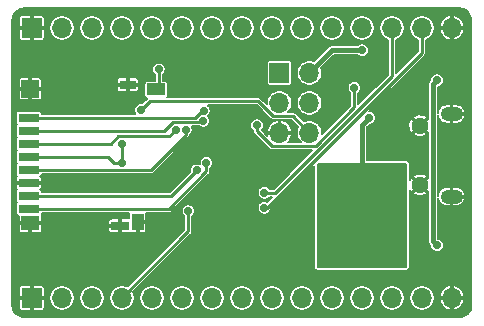
<source format=gbr>
%TF.GenerationSoftware,KiCad,Pcbnew,5.1.6+dfsg1-1*%
%TF.CreationDate,2020-06-20T13:40:11+08:00*%
%TF.ProjectId,stm32dev,73746d33-3264-4657-962e-6b696361645f,rev?*%
%TF.SameCoordinates,Original*%
%TF.FileFunction,Copper,L2,Bot*%
%TF.FilePolarity,Positive*%
%FSLAX46Y46*%
G04 Gerber Fmt 4.6, Leading zero omitted, Abs format (unit mm)*
G04 Created by KiCad (PCBNEW 5.1.6+dfsg1-1) date 2020-06-20 13:40:11*
%MOMM*%
%LPD*%
G01*
G04 APERTURE LIST*
%TA.AperFunction,ComponentPad*%
%ADD10O,1.700000X1.700000*%
%TD*%
%TA.AperFunction,ComponentPad*%
%ADD11R,1.700000X1.700000*%
%TD*%
%TA.AperFunction,SMDPad,CuDef*%
%ADD12R,1.550000X1.000000*%
%TD*%
%TA.AperFunction,SMDPad,CuDef*%
%ADD13R,1.500000X1.500000*%
%TD*%
%TA.AperFunction,SMDPad,CuDef*%
%ADD14R,1.750000X0.700000*%
%TD*%
%TA.AperFunction,SMDPad,CuDef*%
%ADD15R,1.400000X0.800000*%
%TD*%
%TA.AperFunction,SMDPad,CuDef*%
%ADD16R,1.000000X1.450000*%
%TD*%
%TA.AperFunction,SMDPad,CuDef*%
%ADD17R,1.500000X0.800000*%
%TD*%
%TA.AperFunction,SMDPad,CuDef*%
%ADD18R,1.500000X1.300000*%
%TD*%
%TA.AperFunction,ComponentPad*%
%ADD19O,1.900000X1.200000*%
%TD*%
%TA.AperFunction,ComponentPad*%
%ADD20C,1.450000*%
%TD*%
%TA.AperFunction,ViaPad*%
%ADD21C,0.700000*%
%TD*%
%TA.AperFunction,Conductor*%
%ADD22C,0.381000*%
%TD*%
%TA.AperFunction,Conductor*%
%ADD23C,0.228600*%
%TD*%
%TA.AperFunction,Conductor*%
%ADD24C,0.152400*%
%TD*%
G04 APERTURE END LIST*
D10*
%TO.P,J5,6*%
%TO.N,0*%
X160655000Y-95250000D03*
%TO.P,J5,5*%
%TO.N,GND*%
X158115000Y-95250000D03*
%TO.P,J5,4*%
%TO.N,RXD*%
X160655000Y-92710000D03*
%TO.P,J5,3*%
%TO.N,TXD*%
X158115000Y-92710000D03*
%TO.P,J5,2*%
%TO.N,Net-(D3-Pad2)*%
X160655000Y-90170000D03*
D11*
%TO.P,J5,1*%
%TO.N,EN*%
X158115000Y-90170000D03*
%TD*%
D12*
%TO.P,J2,10*%
%TO.N,SD_DET*%
X147690000Y-91580000D03*
D13*
%TO.P,J2,11*%
%TO.N,GND*%
X137015000Y-91530000D03*
D14*
%TO.P,J2,1*%
%TO.N,SD_D2*%
X136890000Y-93980000D03*
%TO.P,J2,2*%
%TO.N,SD_D3*%
X136890000Y-95080000D03*
%TO.P,J2,3*%
%TO.N,SD_CMD*%
X136890000Y-96180000D03*
%TO.P,J2,4*%
%TO.N,VCC*%
X136890000Y-97280000D03*
%TO.P,J2,5*%
%TO.N,SD_CLK*%
X136890000Y-98380000D03*
%TO.P,J2,6*%
%TO.N,GND*%
X136890000Y-99480000D03*
%TO.P,J2,7*%
%TO.N,SD_D0*%
X136890000Y-100580000D03*
D15*
%TO.P,J2,11*%
%TO.N,GND*%
X145265000Y-91180000D03*
D16*
%TO.P,J2,9*%
X146115000Y-102805000D03*
D17*
%TO.P,J2,11*%
X144615000Y-103130000D03*
D18*
X137015000Y-102880000D03*
D14*
%TO.P,J2,8*%
%TO.N,SD_D1*%
X136890000Y-101680000D03*
%TD*%
D10*
%TO.P,J4,15*%
%TO.N,GND*%
X172720000Y-86360000D03*
%TO.P,J4,14*%
%TO.N,PB12_CAN2_RX*%
X170180000Y-86360000D03*
%TO.P,J4,13*%
%TO.N,PB13_CAN2_TX*%
X167640000Y-86360000D03*
%TO.P,J4,12*%
%TO.N,PC6*%
X165100000Y-86360000D03*
%TO.P,J4,11*%
%TO.N,PC7*%
X162560000Y-86360000D03*
%TO.P,J4,10*%
%TO.N,PA13_JMS*%
X160020000Y-86360000D03*
%TO.P,J4,9*%
%TO.N,PA14_JCLK*%
X157480000Y-86360000D03*
%TO.P,J4,8*%
%TO.N,PA15_JDI*%
X154940000Y-86360000D03*
%TO.P,J4,7*%
%TO.N,PB3_JDO*%
X152400000Y-86360000D03*
%TO.P,J4,6*%
%TO.N,PB4_JRST*%
X149860000Y-86360000D03*
%TO.P,J4,5*%
%TO.N,PB6_SCL*%
X147320000Y-86360000D03*
%TO.P,J4,4*%
%TO.N,PB7_SDA*%
X144780000Y-86360000D03*
%TO.P,J4,3*%
%TO.N,PB8_CAN1_TX*%
X142240000Y-86360000D03*
%TO.P,J4,2*%
%TO.N,PB9_CAN1_RX*%
X139700000Y-86360000D03*
D11*
%TO.P,J4,1*%
%TO.N,GND*%
X137160000Y-86360000D03*
%TD*%
D10*
%TO.P,J3,15*%
%TO.N,GND*%
X172720000Y-109220000D03*
%TO.P,J3,14*%
%TO.N,VBUS*%
X170180000Y-109220000D03*
%TO.P,J3,13*%
%TO.N,VCC*%
X167640000Y-109220000D03*
%TO.P,J3,12*%
%TO.N,PA7_AI1*%
X165100000Y-109220000D03*
%TO.P,J3,11*%
%TO.N,PA6_AI0*%
X162560000Y-109220000D03*
%TO.P,J3,10*%
%TO.N,PA5_AO1*%
X160020000Y-109220000D03*
%TO.P,J3,9*%
%TO.N,PA4_AO0*%
X157480000Y-109220000D03*
%TO.P,J3,8*%
%TO.N,PA3_U2_RX*%
X154940000Y-109220000D03*
%TO.P,J3,7*%
%TO.N,PA2_U2_TX*%
X152400000Y-109220000D03*
%TO.P,J3,6*%
%TO.N,PA1*%
X149860000Y-109220000D03*
%TO.P,J3,5*%
%TO.N,PA0*%
X147320000Y-109220000D03*
%TO.P,J3,4*%
%TO.N,PB10_SCK*%
X144780000Y-109220000D03*
%TO.P,J3,3*%
%TO.N,PC3_MOSI*%
X142240000Y-109220000D03*
%TO.P,J3,2*%
%TO.N,PC2_MISO*%
X139700000Y-109220000D03*
D11*
%TO.P,J3,1*%
%TO.N,GND*%
X137160000Y-109220000D03*
%TD*%
D19*
%TO.P,J1,6*%
%TO.N,GND*%
X172687500Y-93655000D03*
X172687500Y-100655000D03*
D20*
X169987500Y-94655000D03*
X169987500Y-99655000D03*
%TD*%
D21*
%TO.N,GND*%
X144780000Y-99695000D03*
X157480000Y-104775000D03*
X157480000Y-102235000D03*
X151765000Y-100965000D03*
X149860000Y-98425000D03*
X156845000Y-88265000D03*
X154305000Y-91440000D03*
X143510000Y-104775000D03*
X143510000Y-106045000D03*
X139700000Y-104775000D03*
X139700000Y-106045000D03*
%TO.N,VBUS*%
X171450000Y-90805000D03*
X171450000Y-104775000D03*
%TO.N,VCC*%
X165100000Y-100965000D03*
X163195000Y-100965000D03*
X167005000Y-100965000D03*
X167005000Y-102870000D03*
X165100000Y-102870000D03*
X163195000Y-102870000D03*
X165735000Y-93980000D03*
X144780000Y-97790000D03*
X144780000Y-96170000D03*
%TO.N,0*%
X146400000Y-93310000D03*
%TO.N,RGB*%
X156210000Y-94615000D03*
X164465000Y-91440000D03*
%TO.N,SD_DET*%
X147910000Y-89880000D03*
%TO.N,SD_D2*%
X151703290Y-93387963D03*
%TO.N,SD_D3*%
X151676090Y-94239941D03*
%TO.N,SD_CMD*%
X149327642Y-94988349D03*
%TO.N,SD_CLK*%
X150179986Y-94977721D03*
%TO.N,SD_D0*%
X151111710Y-98440000D03*
%TO.N,SD_D1*%
X151930000Y-97798290D03*
%TO.N,PB12_CAN2_RX*%
X156845000Y-101600000D03*
%TO.N,PB13_CAN2_TX*%
X156845000Y-100330000D03*
%TO.N,PB10_SCK*%
X150410000Y-101880000D03*
%TO.N,Net-(D3-Pad2)*%
X165100000Y-88265000D03*
%TD*%
D22*
%TO.N,VBUS*%
X171100001Y-104425001D02*
X171450000Y-104775000D01*
X171100001Y-91154999D02*
X171100001Y-104425001D01*
X171450000Y-90805000D02*
X171100001Y-91154999D01*
%TO.N,VCC*%
X165100000Y-94615000D02*
X165100000Y-100965000D01*
X165735000Y-93980000D02*
X165100000Y-94615000D01*
D23*
X143635000Y-97280000D02*
X144145000Y-97790000D01*
X136890000Y-97280000D02*
X143635000Y-97280000D01*
X144145000Y-97790000D02*
X144780000Y-97790000D01*
X144780000Y-97790000D02*
X144780000Y-96170000D01*
%TO.N,0*%
X146400000Y-93310000D02*
X147120000Y-92590000D01*
X157578983Y-93826701D02*
X159231701Y-93826701D01*
X159231701Y-93826701D02*
X160655000Y-95250000D01*
X156342282Y-92590000D02*
X157578983Y-93826701D01*
X147120000Y-92590000D02*
X156342282Y-92590000D01*
%TO.N,RGB*%
X156210000Y-95109974D02*
X156210000Y-94615000D01*
X157466727Y-96366701D02*
X156210000Y-95109974D01*
X161191017Y-96366701D02*
X157466727Y-96366701D01*
X164465000Y-93092718D02*
X161191017Y-96366701D01*
X164465000Y-91440000D02*
X164465000Y-93092718D01*
%TO.N,SD_DET*%
X147910000Y-91360000D02*
X147690000Y-91580000D01*
X147910000Y-89880000D02*
X147910000Y-91360000D01*
%TO.N,SD_D2*%
X151587157Y-93387963D02*
X151703290Y-93387963D01*
X136890000Y-93980000D02*
X150995120Y-93980000D01*
X150995120Y-93980000D02*
X151587157Y-93387963D01*
%TO.N,SD_D3*%
X148363830Y-95080000D02*
X149082819Y-94361011D01*
X151555020Y-94361011D02*
X151676090Y-94239941D01*
X136890000Y-95080000D02*
X148363830Y-95080000D01*
X149082819Y-94361011D02*
X151555020Y-94361011D01*
%TO.N,SD_CMD*%
X136890000Y-96180000D02*
X143857282Y-96180000D01*
X143857282Y-96180000D02*
X144483983Y-95553299D01*
X144483983Y-95553299D02*
X148762692Y-95553299D01*
X148762692Y-95553299D02*
X149327642Y-94988349D01*
%TO.N,SD_CLK*%
X147245979Y-98406702D02*
X150179986Y-95472695D01*
X136890000Y-98380000D02*
X136916702Y-98406702D01*
X136916702Y-98406702D02*
X147245979Y-98406702D01*
X150179986Y-95472695D02*
X150179986Y-94977721D01*
%TO.N,SD_D0*%
X136890000Y-100580000D02*
X148971710Y-100580000D01*
X148971710Y-100580000D02*
X151111710Y-98440000D01*
%TO.N,SD_D1*%
X151930000Y-98499428D02*
X151930000Y-97798290D01*
X148749428Y-101680000D02*
X151930000Y-98499428D01*
X136890000Y-101680000D02*
X148749428Y-101680000D01*
%TO.N,PB12_CAN2_RX*%
X156845000Y-101600000D02*
X157035378Y-101600000D01*
X157035378Y-101600000D02*
X170180000Y-88455378D01*
X170180000Y-88455378D02*
X170180000Y-86360000D01*
%TO.N,PB13_CAN2_TX*%
X157766548Y-100330000D02*
X167640000Y-90456548D01*
X156845000Y-100330000D02*
X157766548Y-100330000D01*
X167640000Y-90456548D02*
X167640000Y-86360000D01*
%TO.N,PB10_SCK*%
X150410000Y-103590000D02*
X144780000Y-109220000D01*
X150410000Y-101880000D02*
X150410000Y-103590000D01*
D22*
%TO.N,Net-(D3-Pad2)*%
X162560000Y-88265000D02*
X160655000Y-90170000D01*
X165100000Y-88265000D02*
X162560000Y-88265000D01*
%TD*%
D24*
%TO.N,GND*%
G36*
X173552186Y-84729151D02*
G01*
X173741854Y-84786415D01*
X173916795Y-84879433D01*
X174070334Y-85004656D01*
X174196626Y-85157317D01*
X174290861Y-85331602D01*
X174349449Y-85520866D01*
X174371400Y-85729721D01*
X174371401Y-109842583D01*
X174350849Y-110052186D01*
X174293584Y-110241856D01*
X174200566Y-110416797D01*
X174075344Y-110570334D01*
X173922683Y-110696626D01*
X173748398Y-110790861D01*
X173559134Y-110849449D01*
X173350279Y-110871400D01*
X136537406Y-110871400D01*
X136327814Y-110850849D01*
X136138144Y-110793584D01*
X135963203Y-110700566D01*
X135809666Y-110575344D01*
X135683374Y-110422683D01*
X135589139Y-110248398D01*
X135533915Y-110070000D01*
X136080294Y-110070000D01*
X136084708Y-110114813D01*
X136097779Y-110157905D01*
X136119006Y-110197618D01*
X136147573Y-110232427D01*
X136182382Y-110260994D01*
X136222095Y-110282221D01*
X136265187Y-110295292D01*
X136310000Y-110299706D01*
X137026650Y-110298600D01*
X137083800Y-110241450D01*
X137083800Y-109296200D01*
X137236200Y-109296200D01*
X137236200Y-110241450D01*
X137293350Y-110298600D01*
X138010000Y-110299706D01*
X138054813Y-110295292D01*
X138097905Y-110282221D01*
X138137618Y-110260994D01*
X138172427Y-110232427D01*
X138200994Y-110197618D01*
X138222221Y-110157905D01*
X138235292Y-110114813D01*
X138239706Y-110070000D01*
X138238600Y-109353350D01*
X138181450Y-109296200D01*
X137236200Y-109296200D01*
X137083800Y-109296200D01*
X136138550Y-109296200D01*
X136081400Y-109353350D01*
X136080294Y-110070000D01*
X135533915Y-110070000D01*
X135530551Y-110059134D01*
X135508600Y-109850279D01*
X135508600Y-108370000D01*
X136080294Y-108370000D01*
X136081400Y-109086650D01*
X136138550Y-109143800D01*
X137083800Y-109143800D01*
X137083800Y-108198550D01*
X137236200Y-108198550D01*
X137236200Y-109143800D01*
X138181450Y-109143800D01*
X138211483Y-109113767D01*
X138621400Y-109113767D01*
X138621400Y-109326233D01*
X138662850Y-109534616D01*
X138744157Y-109730909D01*
X138862197Y-109907567D01*
X139012433Y-110057803D01*
X139189091Y-110175843D01*
X139385384Y-110257150D01*
X139593767Y-110298600D01*
X139806233Y-110298600D01*
X140014616Y-110257150D01*
X140210909Y-110175843D01*
X140387567Y-110057803D01*
X140537803Y-109907567D01*
X140655843Y-109730909D01*
X140737150Y-109534616D01*
X140778600Y-109326233D01*
X140778600Y-109113767D01*
X141161400Y-109113767D01*
X141161400Y-109326233D01*
X141202850Y-109534616D01*
X141284157Y-109730909D01*
X141402197Y-109907567D01*
X141552433Y-110057803D01*
X141729091Y-110175843D01*
X141925384Y-110257150D01*
X142133767Y-110298600D01*
X142346233Y-110298600D01*
X142554616Y-110257150D01*
X142750909Y-110175843D01*
X142927567Y-110057803D01*
X143077803Y-109907567D01*
X143195843Y-109730909D01*
X143277150Y-109534616D01*
X143318600Y-109326233D01*
X143318600Y-109113767D01*
X143701400Y-109113767D01*
X143701400Y-109326233D01*
X143742850Y-109534616D01*
X143824157Y-109730909D01*
X143942197Y-109907567D01*
X144092433Y-110057803D01*
X144269091Y-110175843D01*
X144465384Y-110257150D01*
X144673767Y-110298600D01*
X144886233Y-110298600D01*
X145094616Y-110257150D01*
X145290909Y-110175843D01*
X145467567Y-110057803D01*
X145617803Y-109907567D01*
X145735843Y-109730909D01*
X145817150Y-109534616D01*
X145858600Y-109326233D01*
X145858600Y-109113767D01*
X146241400Y-109113767D01*
X146241400Y-109326233D01*
X146282850Y-109534616D01*
X146364157Y-109730909D01*
X146482197Y-109907567D01*
X146632433Y-110057803D01*
X146809091Y-110175843D01*
X147005384Y-110257150D01*
X147213767Y-110298600D01*
X147426233Y-110298600D01*
X147634616Y-110257150D01*
X147830909Y-110175843D01*
X148007567Y-110057803D01*
X148157803Y-109907567D01*
X148275843Y-109730909D01*
X148357150Y-109534616D01*
X148398600Y-109326233D01*
X148398600Y-109113767D01*
X148781400Y-109113767D01*
X148781400Y-109326233D01*
X148822850Y-109534616D01*
X148904157Y-109730909D01*
X149022197Y-109907567D01*
X149172433Y-110057803D01*
X149349091Y-110175843D01*
X149545384Y-110257150D01*
X149753767Y-110298600D01*
X149966233Y-110298600D01*
X150174616Y-110257150D01*
X150370909Y-110175843D01*
X150547567Y-110057803D01*
X150697803Y-109907567D01*
X150815843Y-109730909D01*
X150897150Y-109534616D01*
X150938600Y-109326233D01*
X150938600Y-109113767D01*
X151321400Y-109113767D01*
X151321400Y-109326233D01*
X151362850Y-109534616D01*
X151444157Y-109730909D01*
X151562197Y-109907567D01*
X151712433Y-110057803D01*
X151889091Y-110175843D01*
X152085384Y-110257150D01*
X152293767Y-110298600D01*
X152506233Y-110298600D01*
X152714616Y-110257150D01*
X152910909Y-110175843D01*
X153087567Y-110057803D01*
X153237803Y-109907567D01*
X153355843Y-109730909D01*
X153437150Y-109534616D01*
X153478600Y-109326233D01*
X153478600Y-109113767D01*
X153861400Y-109113767D01*
X153861400Y-109326233D01*
X153902850Y-109534616D01*
X153984157Y-109730909D01*
X154102197Y-109907567D01*
X154252433Y-110057803D01*
X154429091Y-110175843D01*
X154625384Y-110257150D01*
X154833767Y-110298600D01*
X155046233Y-110298600D01*
X155254616Y-110257150D01*
X155450909Y-110175843D01*
X155627567Y-110057803D01*
X155777803Y-109907567D01*
X155895843Y-109730909D01*
X155977150Y-109534616D01*
X156018600Y-109326233D01*
X156018600Y-109113767D01*
X156401400Y-109113767D01*
X156401400Y-109326233D01*
X156442850Y-109534616D01*
X156524157Y-109730909D01*
X156642197Y-109907567D01*
X156792433Y-110057803D01*
X156969091Y-110175843D01*
X157165384Y-110257150D01*
X157373767Y-110298600D01*
X157586233Y-110298600D01*
X157794616Y-110257150D01*
X157990909Y-110175843D01*
X158167567Y-110057803D01*
X158317803Y-109907567D01*
X158435843Y-109730909D01*
X158517150Y-109534616D01*
X158558600Y-109326233D01*
X158558600Y-109113767D01*
X158941400Y-109113767D01*
X158941400Y-109326233D01*
X158982850Y-109534616D01*
X159064157Y-109730909D01*
X159182197Y-109907567D01*
X159332433Y-110057803D01*
X159509091Y-110175843D01*
X159705384Y-110257150D01*
X159913767Y-110298600D01*
X160126233Y-110298600D01*
X160334616Y-110257150D01*
X160530909Y-110175843D01*
X160707567Y-110057803D01*
X160857803Y-109907567D01*
X160975843Y-109730909D01*
X161057150Y-109534616D01*
X161098600Y-109326233D01*
X161098600Y-109113767D01*
X161481400Y-109113767D01*
X161481400Y-109326233D01*
X161522850Y-109534616D01*
X161604157Y-109730909D01*
X161722197Y-109907567D01*
X161872433Y-110057803D01*
X162049091Y-110175843D01*
X162245384Y-110257150D01*
X162453767Y-110298600D01*
X162666233Y-110298600D01*
X162874616Y-110257150D01*
X163070909Y-110175843D01*
X163247567Y-110057803D01*
X163397803Y-109907567D01*
X163515843Y-109730909D01*
X163597150Y-109534616D01*
X163638600Y-109326233D01*
X163638600Y-109113767D01*
X164021400Y-109113767D01*
X164021400Y-109326233D01*
X164062850Y-109534616D01*
X164144157Y-109730909D01*
X164262197Y-109907567D01*
X164412433Y-110057803D01*
X164589091Y-110175843D01*
X164785384Y-110257150D01*
X164993767Y-110298600D01*
X165206233Y-110298600D01*
X165414616Y-110257150D01*
X165610909Y-110175843D01*
X165787567Y-110057803D01*
X165937803Y-109907567D01*
X166055843Y-109730909D01*
X166137150Y-109534616D01*
X166178600Y-109326233D01*
X166178600Y-109113767D01*
X166561400Y-109113767D01*
X166561400Y-109326233D01*
X166602850Y-109534616D01*
X166684157Y-109730909D01*
X166802197Y-109907567D01*
X166952433Y-110057803D01*
X167129091Y-110175843D01*
X167325384Y-110257150D01*
X167533767Y-110298600D01*
X167746233Y-110298600D01*
X167954616Y-110257150D01*
X168150909Y-110175843D01*
X168327567Y-110057803D01*
X168477803Y-109907567D01*
X168595843Y-109730909D01*
X168677150Y-109534616D01*
X168718600Y-109326233D01*
X168718600Y-109113767D01*
X169101400Y-109113767D01*
X169101400Y-109326233D01*
X169142850Y-109534616D01*
X169224157Y-109730909D01*
X169342197Y-109907567D01*
X169492433Y-110057803D01*
X169669091Y-110175843D01*
X169865384Y-110257150D01*
X170073767Y-110298600D01*
X170286233Y-110298600D01*
X170494616Y-110257150D01*
X170690909Y-110175843D01*
X170867567Y-110057803D01*
X171017803Y-109907567D01*
X171135843Y-109730909D01*
X171217150Y-109534616D01*
X171231281Y-109463571D01*
X171669258Y-109463571D01*
X171736966Y-109663880D01*
X171842451Y-109847131D01*
X171981660Y-110006282D01*
X172149243Y-110135217D01*
X172338760Y-110228981D01*
X172476430Y-110270739D01*
X172643800Y-110238604D01*
X172643800Y-109296200D01*
X172796200Y-109296200D01*
X172796200Y-110238604D01*
X172963570Y-110270739D01*
X173101240Y-110228981D01*
X173290757Y-110135217D01*
X173458340Y-110006282D01*
X173597549Y-109847131D01*
X173703034Y-109663880D01*
X173770742Y-109463571D01*
X173738759Y-109296200D01*
X172796200Y-109296200D01*
X172643800Y-109296200D01*
X171701241Y-109296200D01*
X171669258Y-109463571D01*
X171231281Y-109463571D01*
X171258600Y-109326233D01*
X171258600Y-109113767D01*
X171231282Y-108976429D01*
X171669258Y-108976429D01*
X171701241Y-109143800D01*
X172643800Y-109143800D01*
X172643800Y-108201396D01*
X172796200Y-108201396D01*
X172796200Y-109143800D01*
X173738759Y-109143800D01*
X173770742Y-108976429D01*
X173703034Y-108776120D01*
X173597549Y-108592869D01*
X173458340Y-108433718D01*
X173290757Y-108304783D01*
X173101240Y-108211019D01*
X172963570Y-108169261D01*
X172796200Y-108201396D01*
X172643800Y-108201396D01*
X172476430Y-108169261D01*
X172338760Y-108211019D01*
X172149243Y-108304783D01*
X171981660Y-108433718D01*
X171842451Y-108592869D01*
X171736966Y-108776120D01*
X171669258Y-108976429D01*
X171231282Y-108976429D01*
X171217150Y-108905384D01*
X171135843Y-108709091D01*
X171017803Y-108532433D01*
X170867567Y-108382197D01*
X170690909Y-108264157D01*
X170494616Y-108182850D01*
X170286233Y-108141400D01*
X170073767Y-108141400D01*
X169865384Y-108182850D01*
X169669091Y-108264157D01*
X169492433Y-108382197D01*
X169342197Y-108532433D01*
X169224157Y-108709091D01*
X169142850Y-108905384D01*
X169101400Y-109113767D01*
X168718600Y-109113767D01*
X168677150Y-108905384D01*
X168595843Y-108709091D01*
X168477803Y-108532433D01*
X168327567Y-108382197D01*
X168150909Y-108264157D01*
X167954616Y-108182850D01*
X167746233Y-108141400D01*
X167533767Y-108141400D01*
X167325384Y-108182850D01*
X167129091Y-108264157D01*
X166952433Y-108382197D01*
X166802197Y-108532433D01*
X166684157Y-108709091D01*
X166602850Y-108905384D01*
X166561400Y-109113767D01*
X166178600Y-109113767D01*
X166137150Y-108905384D01*
X166055843Y-108709091D01*
X165937803Y-108532433D01*
X165787567Y-108382197D01*
X165610909Y-108264157D01*
X165414616Y-108182850D01*
X165206233Y-108141400D01*
X164993767Y-108141400D01*
X164785384Y-108182850D01*
X164589091Y-108264157D01*
X164412433Y-108382197D01*
X164262197Y-108532433D01*
X164144157Y-108709091D01*
X164062850Y-108905384D01*
X164021400Y-109113767D01*
X163638600Y-109113767D01*
X163597150Y-108905384D01*
X163515843Y-108709091D01*
X163397803Y-108532433D01*
X163247567Y-108382197D01*
X163070909Y-108264157D01*
X162874616Y-108182850D01*
X162666233Y-108141400D01*
X162453767Y-108141400D01*
X162245384Y-108182850D01*
X162049091Y-108264157D01*
X161872433Y-108382197D01*
X161722197Y-108532433D01*
X161604157Y-108709091D01*
X161522850Y-108905384D01*
X161481400Y-109113767D01*
X161098600Y-109113767D01*
X161057150Y-108905384D01*
X160975843Y-108709091D01*
X160857803Y-108532433D01*
X160707567Y-108382197D01*
X160530909Y-108264157D01*
X160334616Y-108182850D01*
X160126233Y-108141400D01*
X159913767Y-108141400D01*
X159705384Y-108182850D01*
X159509091Y-108264157D01*
X159332433Y-108382197D01*
X159182197Y-108532433D01*
X159064157Y-108709091D01*
X158982850Y-108905384D01*
X158941400Y-109113767D01*
X158558600Y-109113767D01*
X158517150Y-108905384D01*
X158435843Y-108709091D01*
X158317803Y-108532433D01*
X158167567Y-108382197D01*
X157990909Y-108264157D01*
X157794616Y-108182850D01*
X157586233Y-108141400D01*
X157373767Y-108141400D01*
X157165384Y-108182850D01*
X156969091Y-108264157D01*
X156792433Y-108382197D01*
X156642197Y-108532433D01*
X156524157Y-108709091D01*
X156442850Y-108905384D01*
X156401400Y-109113767D01*
X156018600Y-109113767D01*
X155977150Y-108905384D01*
X155895843Y-108709091D01*
X155777803Y-108532433D01*
X155627567Y-108382197D01*
X155450909Y-108264157D01*
X155254616Y-108182850D01*
X155046233Y-108141400D01*
X154833767Y-108141400D01*
X154625384Y-108182850D01*
X154429091Y-108264157D01*
X154252433Y-108382197D01*
X154102197Y-108532433D01*
X153984157Y-108709091D01*
X153902850Y-108905384D01*
X153861400Y-109113767D01*
X153478600Y-109113767D01*
X153437150Y-108905384D01*
X153355843Y-108709091D01*
X153237803Y-108532433D01*
X153087567Y-108382197D01*
X152910909Y-108264157D01*
X152714616Y-108182850D01*
X152506233Y-108141400D01*
X152293767Y-108141400D01*
X152085384Y-108182850D01*
X151889091Y-108264157D01*
X151712433Y-108382197D01*
X151562197Y-108532433D01*
X151444157Y-108709091D01*
X151362850Y-108905384D01*
X151321400Y-109113767D01*
X150938600Y-109113767D01*
X150897150Y-108905384D01*
X150815843Y-108709091D01*
X150697803Y-108532433D01*
X150547567Y-108382197D01*
X150370909Y-108264157D01*
X150174616Y-108182850D01*
X149966233Y-108141400D01*
X149753767Y-108141400D01*
X149545384Y-108182850D01*
X149349091Y-108264157D01*
X149172433Y-108382197D01*
X149022197Y-108532433D01*
X148904157Y-108709091D01*
X148822850Y-108905384D01*
X148781400Y-109113767D01*
X148398600Y-109113767D01*
X148357150Y-108905384D01*
X148275843Y-108709091D01*
X148157803Y-108532433D01*
X148007567Y-108382197D01*
X147830909Y-108264157D01*
X147634616Y-108182850D01*
X147426233Y-108141400D01*
X147213767Y-108141400D01*
X147005384Y-108182850D01*
X146809091Y-108264157D01*
X146632433Y-108382197D01*
X146482197Y-108532433D01*
X146364157Y-108709091D01*
X146282850Y-108905384D01*
X146241400Y-109113767D01*
X145858600Y-109113767D01*
X145817150Y-108905384D01*
X145747558Y-108737375D01*
X150640557Y-103844377D01*
X150653640Y-103833640D01*
X150696490Y-103781427D01*
X150728331Y-103721857D01*
X150747938Y-103657220D01*
X150752900Y-103606843D01*
X150752900Y-103606836D01*
X150754558Y-103590001D01*
X150752900Y-103573166D01*
X150752900Y-102346758D01*
X150778836Y-102329428D01*
X150859428Y-102248836D01*
X150922749Y-102154070D01*
X150966365Y-102048772D01*
X150988600Y-101936987D01*
X150988600Y-101823013D01*
X150966365Y-101711228D01*
X150922749Y-101605930D01*
X150859428Y-101511164D01*
X150778836Y-101430572D01*
X150684070Y-101367251D01*
X150578772Y-101323635D01*
X150466987Y-101301400D01*
X150353013Y-101301400D01*
X150241228Y-101323635D01*
X150135930Y-101367251D01*
X150041164Y-101430572D01*
X149960572Y-101511164D01*
X149897251Y-101605930D01*
X149853635Y-101711228D01*
X149831400Y-101823013D01*
X149831400Y-101936987D01*
X149853635Y-102048772D01*
X149897251Y-102154070D01*
X149960572Y-102248836D01*
X150041164Y-102329428D01*
X150067100Y-102346758D01*
X150067101Y-103447965D01*
X145262625Y-108252442D01*
X145094616Y-108182850D01*
X144886233Y-108141400D01*
X144673767Y-108141400D01*
X144465384Y-108182850D01*
X144269091Y-108264157D01*
X144092433Y-108382197D01*
X143942197Y-108532433D01*
X143824157Y-108709091D01*
X143742850Y-108905384D01*
X143701400Y-109113767D01*
X143318600Y-109113767D01*
X143277150Y-108905384D01*
X143195843Y-108709091D01*
X143077803Y-108532433D01*
X142927567Y-108382197D01*
X142750909Y-108264157D01*
X142554616Y-108182850D01*
X142346233Y-108141400D01*
X142133767Y-108141400D01*
X141925384Y-108182850D01*
X141729091Y-108264157D01*
X141552433Y-108382197D01*
X141402197Y-108532433D01*
X141284157Y-108709091D01*
X141202850Y-108905384D01*
X141161400Y-109113767D01*
X140778600Y-109113767D01*
X140737150Y-108905384D01*
X140655843Y-108709091D01*
X140537803Y-108532433D01*
X140387567Y-108382197D01*
X140210909Y-108264157D01*
X140014616Y-108182850D01*
X139806233Y-108141400D01*
X139593767Y-108141400D01*
X139385384Y-108182850D01*
X139189091Y-108264157D01*
X139012433Y-108382197D01*
X138862197Y-108532433D01*
X138744157Y-108709091D01*
X138662850Y-108905384D01*
X138621400Y-109113767D01*
X138211483Y-109113767D01*
X138238600Y-109086650D01*
X138239706Y-108370000D01*
X138235292Y-108325187D01*
X138222221Y-108282095D01*
X138200994Y-108242382D01*
X138172427Y-108207573D01*
X138137618Y-108179006D01*
X138097905Y-108157779D01*
X138054813Y-108144708D01*
X138010000Y-108140294D01*
X137293350Y-108141400D01*
X137236200Y-108198550D01*
X137083800Y-108198550D01*
X137026650Y-108141400D01*
X136310000Y-108140294D01*
X136265187Y-108144708D01*
X136222095Y-108157779D01*
X136182382Y-108179006D01*
X136147573Y-108207573D01*
X136119006Y-108242382D01*
X136097779Y-108282095D01*
X136084708Y-108325187D01*
X136080294Y-108370000D01*
X135508600Y-108370000D01*
X135508600Y-103530000D01*
X136035294Y-103530000D01*
X136039708Y-103574813D01*
X136052779Y-103617905D01*
X136074006Y-103657618D01*
X136102573Y-103692427D01*
X136137382Y-103720994D01*
X136177095Y-103742221D01*
X136220187Y-103755292D01*
X136265000Y-103759706D01*
X136881650Y-103758600D01*
X136938800Y-103701450D01*
X136938800Y-102956200D01*
X137091200Y-102956200D01*
X137091200Y-103701450D01*
X137148350Y-103758600D01*
X137765000Y-103759706D01*
X137809813Y-103755292D01*
X137852905Y-103742221D01*
X137892618Y-103720994D01*
X137927427Y-103692427D01*
X137955994Y-103657618D01*
X137977221Y-103617905D01*
X137990292Y-103574813D01*
X137994706Y-103530000D01*
X143635294Y-103530000D01*
X143639708Y-103574813D01*
X143652779Y-103617905D01*
X143674006Y-103657618D01*
X143702573Y-103692427D01*
X143737382Y-103720994D01*
X143777095Y-103742221D01*
X143820187Y-103755292D01*
X143865000Y-103759706D01*
X144481650Y-103758600D01*
X144538800Y-103701450D01*
X144538800Y-103206200D01*
X143693550Y-103206200D01*
X143636400Y-103263350D01*
X143635294Y-103530000D01*
X137994706Y-103530000D01*
X137993600Y-103013350D01*
X137936450Y-102956200D01*
X137091200Y-102956200D01*
X136938800Y-102956200D01*
X136093550Y-102956200D01*
X136036400Y-103013350D01*
X136035294Y-103530000D01*
X135508600Y-103530000D01*
X135508600Y-99830000D01*
X135785294Y-99830000D01*
X135789708Y-99874813D01*
X135802779Y-99917905D01*
X135824006Y-99957618D01*
X135852573Y-99992427D01*
X135887382Y-100020994D01*
X135904231Y-100030000D01*
X135887382Y-100039006D01*
X135852573Y-100067573D01*
X135824006Y-100102382D01*
X135802779Y-100142095D01*
X135789708Y-100185187D01*
X135785294Y-100230000D01*
X135785294Y-100930000D01*
X135789708Y-100974813D01*
X135802779Y-101017905D01*
X135824006Y-101057618D01*
X135852573Y-101092427D01*
X135887382Y-101120994D01*
X135904231Y-101130000D01*
X135887382Y-101139006D01*
X135852573Y-101167573D01*
X135824006Y-101202382D01*
X135802779Y-101242095D01*
X135789708Y-101285187D01*
X135785294Y-101330000D01*
X135785294Y-102030000D01*
X135789708Y-102074813D01*
X135802779Y-102117905D01*
X135824006Y-102157618D01*
X135852573Y-102192427D01*
X135887382Y-102220994D01*
X135927095Y-102242221D01*
X135970187Y-102255292D01*
X136015000Y-102259706D01*
X136035358Y-102259706D01*
X136036400Y-102746650D01*
X136093550Y-102803800D01*
X136938800Y-102803800D01*
X136938800Y-102783800D01*
X137091200Y-102783800D01*
X137091200Y-102803800D01*
X137936450Y-102803800D01*
X137993600Y-102746650D01*
X137993635Y-102730000D01*
X143635294Y-102730000D01*
X143636400Y-102996650D01*
X143693550Y-103053800D01*
X144538800Y-103053800D01*
X144538800Y-102558550D01*
X144481650Y-102501400D01*
X143865000Y-102500294D01*
X143820187Y-102504708D01*
X143777095Y-102517779D01*
X143737382Y-102539006D01*
X143702573Y-102567573D01*
X143674006Y-102602382D01*
X143652779Y-102642095D01*
X143639708Y-102685187D01*
X143635294Y-102730000D01*
X137993635Y-102730000D01*
X137994706Y-102230000D01*
X137990292Y-102185187D01*
X137977221Y-102142095D01*
X137970756Y-102130000D01*
X137977221Y-102117905D01*
X137990292Y-102074813D01*
X137994706Y-102030000D01*
X137994706Y-102022900D01*
X145393435Y-102022900D01*
X145389708Y-102035187D01*
X145385294Y-102080000D01*
X145386084Y-102502371D01*
X145365000Y-102500294D01*
X144748350Y-102501400D01*
X144691200Y-102558550D01*
X144691200Y-103053800D01*
X144711200Y-103053800D01*
X144711200Y-103206200D01*
X144691200Y-103206200D01*
X144691200Y-103701450D01*
X144748350Y-103758600D01*
X145365000Y-103759706D01*
X145409813Y-103755292D01*
X145452905Y-103742221D01*
X145490000Y-103722393D01*
X145527095Y-103742221D01*
X145570187Y-103755292D01*
X145615000Y-103759706D01*
X145981650Y-103758600D01*
X146038800Y-103701450D01*
X146038800Y-102881200D01*
X146191200Y-102881200D01*
X146191200Y-103701450D01*
X146248350Y-103758600D01*
X146615000Y-103759706D01*
X146659813Y-103755292D01*
X146702905Y-103742221D01*
X146742618Y-103720994D01*
X146777427Y-103692427D01*
X146805994Y-103657618D01*
X146827221Y-103617905D01*
X146840292Y-103574813D01*
X146844706Y-103530000D01*
X146843600Y-102938350D01*
X146786450Y-102881200D01*
X146191200Y-102881200D01*
X146038800Y-102881200D01*
X146018800Y-102881200D01*
X146018800Y-102728800D01*
X146038800Y-102728800D01*
X146038800Y-102708800D01*
X146191200Y-102708800D01*
X146191200Y-102728800D01*
X146786450Y-102728800D01*
X146843600Y-102671650D01*
X146844706Y-102080000D01*
X146840292Y-102035187D01*
X146836565Y-102022900D01*
X148732593Y-102022900D01*
X148749428Y-102024558D01*
X148766263Y-102022900D01*
X148766271Y-102022900D01*
X148816648Y-102017938D01*
X148881285Y-101998331D01*
X148940855Y-101966490D01*
X148993068Y-101923640D01*
X149003809Y-101910552D01*
X152160562Y-98753800D01*
X152173639Y-98743068D01*
X152184372Y-98729990D01*
X152184376Y-98729986D01*
X152202071Y-98708424D01*
X152216490Y-98690855D01*
X152248331Y-98631285D01*
X152267938Y-98566648D01*
X152272900Y-98516271D01*
X152272900Y-98516264D01*
X152274558Y-98499429D01*
X152272900Y-98482594D01*
X152272900Y-98265048D01*
X152298836Y-98247718D01*
X152379428Y-98167126D01*
X152442749Y-98072360D01*
X152486365Y-97967062D01*
X152508600Y-97855277D01*
X152508600Y-97741303D01*
X152486365Y-97629518D01*
X152442749Y-97524220D01*
X152379428Y-97429454D01*
X152298836Y-97348862D01*
X152204070Y-97285541D01*
X152098772Y-97241925D01*
X151986987Y-97219690D01*
X151873013Y-97219690D01*
X151761228Y-97241925D01*
X151655930Y-97285541D01*
X151561164Y-97348862D01*
X151480572Y-97429454D01*
X151417251Y-97524220D01*
X151373635Y-97629518D01*
X151351400Y-97741303D01*
X151351400Y-97855277D01*
X151363915Y-97918194D01*
X151280482Y-97883635D01*
X151168697Y-97861400D01*
X151054723Y-97861400D01*
X150942938Y-97883635D01*
X150837640Y-97927251D01*
X150742874Y-97990572D01*
X150662282Y-98071164D01*
X150598961Y-98165930D01*
X150555345Y-98271228D01*
X150533110Y-98383013D01*
X150533110Y-98496987D01*
X150539195Y-98527581D01*
X148829677Y-100237100D01*
X137994706Y-100237100D01*
X137994706Y-100230000D01*
X137990292Y-100185187D01*
X137977221Y-100142095D01*
X137955994Y-100102382D01*
X137927427Y-100067573D01*
X137892618Y-100039006D01*
X137875769Y-100030000D01*
X137892618Y-100020994D01*
X137927427Y-99992427D01*
X137955994Y-99957618D01*
X137977221Y-99917905D01*
X137990292Y-99874813D01*
X137994706Y-99830000D01*
X137993600Y-99613350D01*
X137936450Y-99556200D01*
X136966200Y-99556200D01*
X136966200Y-99576200D01*
X136813800Y-99576200D01*
X136813800Y-99556200D01*
X135843550Y-99556200D01*
X135786400Y-99613350D01*
X135785294Y-99830000D01*
X135508600Y-99830000D01*
X135508600Y-93630000D01*
X135785294Y-93630000D01*
X135785294Y-94330000D01*
X135789708Y-94374813D01*
X135802779Y-94417905D01*
X135824006Y-94457618D01*
X135852573Y-94492427D01*
X135887382Y-94520994D01*
X135904231Y-94530000D01*
X135887382Y-94539006D01*
X135852573Y-94567573D01*
X135824006Y-94602382D01*
X135802779Y-94642095D01*
X135789708Y-94685187D01*
X135785294Y-94730000D01*
X135785294Y-95430000D01*
X135789708Y-95474813D01*
X135802779Y-95517905D01*
X135824006Y-95557618D01*
X135852573Y-95592427D01*
X135887382Y-95620994D01*
X135904231Y-95630000D01*
X135887382Y-95639006D01*
X135852573Y-95667573D01*
X135824006Y-95702382D01*
X135802779Y-95742095D01*
X135789708Y-95785187D01*
X135785294Y-95830000D01*
X135785294Y-96530000D01*
X135789708Y-96574813D01*
X135802779Y-96617905D01*
X135824006Y-96657618D01*
X135852573Y-96692427D01*
X135887382Y-96720994D01*
X135904231Y-96730000D01*
X135887382Y-96739006D01*
X135852573Y-96767573D01*
X135824006Y-96802382D01*
X135802779Y-96842095D01*
X135789708Y-96885187D01*
X135785294Y-96930000D01*
X135785294Y-97630000D01*
X135789708Y-97674813D01*
X135802779Y-97717905D01*
X135824006Y-97757618D01*
X135852573Y-97792427D01*
X135887382Y-97820994D01*
X135904231Y-97830000D01*
X135887382Y-97839006D01*
X135852573Y-97867573D01*
X135824006Y-97902382D01*
X135802779Y-97942095D01*
X135789708Y-97985187D01*
X135785294Y-98030000D01*
X135785294Y-98730000D01*
X135789708Y-98774813D01*
X135802779Y-98817905D01*
X135824006Y-98857618D01*
X135852573Y-98892427D01*
X135887382Y-98920994D01*
X135904231Y-98930000D01*
X135887382Y-98939006D01*
X135852573Y-98967573D01*
X135824006Y-99002382D01*
X135802779Y-99042095D01*
X135789708Y-99085187D01*
X135785294Y-99130000D01*
X135786400Y-99346650D01*
X135843550Y-99403800D01*
X136813800Y-99403800D01*
X136813800Y-99383800D01*
X136966200Y-99383800D01*
X136966200Y-99403800D01*
X137936450Y-99403800D01*
X137993600Y-99346650D01*
X137994706Y-99130000D01*
X137990292Y-99085187D01*
X137977221Y-99042095D01*
X137955994Y-99002382D01*
X137927427Y-98967573D01*
X137892618Y-98939006D01*
X137875769Y-98930000D01*
X137892618Y-98920994D01*
X137927427Y-98892427D01*
X137955994Y-98857618D01*
X137977221Y-98817905D01*
X137990292Y-98774813D01*
X137992775Y-98749602D01*
X147229144Y-98749602D01*
X147245979Y-98751260D01*
X147262814Y-98749602D01*
X147262822Y-98749602D01*
X147313199Y-98744640D01*
X147377836Y-98725033D01*
X147437406Y-98693192D01*
X147489619Y-98650342D01*
X147500360Y-98637254D01*
X150410548Y-95727067D01*
X150423625Y-95716335D01*
X150434358Y-95703257D01*
X150434362Y-95703253D01*
X150449213Y-95685156D01*
X150466476Y-95664122D01*
X150498317Y-95604552D01*
X150517924Y-95539915D01*
X150522886Y-95489538D01*
X150522886Y-95489531D01*
X150524544Y-95472696D01*
X150522886Y-95455861D01*
X150522886Y-95444479D01*
X150548822Y-95427149D01*
X150629414Y-95346557D01*
X150692735Y-95251791D01*
X150736351Y-95146493D01*
X150758586Y-95034708D01*
X150758586Y-94920734D01*
X150736351Y-94808949D01*
X150692843Y-94703911D01*
X151329018Y-94703911D01*
X151402020Y-94752690D01*
X151507318Y-94796306D01*
X151619103Y-94818541D01*
X151733077Y-94818541D01*
X151844862Y-94796306D01*
X151950160Y-94752690D01*
X152044926Y-94689369D01*
X152125518Y-94608777D01*
X152188839Y-94514011D01*
X152232455Y-94408713D01*
X152254690Y-94296928D01*
X152254690Y-94182954D01*
X152232455Y-94071169D01*
X152188839Y-93965871D01*
X152125518Y-93871105D01*
X152081965Y-93827552D01*
X152152718Y-93756799D01*
X152216039Y-93662033D01*
X152259655Y-93556735D01*
X152281890Y-93444950D01*
X152281890Y-93330976D01*
X152259655Y-93219191D01*
X152216039Y-93113893D01*
X152152718Y-93019127D01*
X152072126Y-92938535D01*
X152063693Y-92932900D01*
X156200249Y-92932900D01*
X157324606Y-94057258D01*
X157335343Y-94070341D01*
X157387556Y-94113191D01*
X157447126Y-94145032D01*
X157511763Y-94164639D01*
X157562140Y-94169601D01*
X157562147Y-94169601D01*
X157578982Y-94171259D01*
X157595817Y-94169601D01*
X159089668Y-94169601D01*
X159687442Y-94767375D01*
X159617850Y-94935384D01*
X159576400Y-95143767D01*
X159576400Y-95356233D01*
X159617850Y-95564616D01*
X159699157Y-95760909D01*
X159817197Y-95937567D01*
X159903431Y-96023801D01*
X158860741Y-96023801D01*
X158901282Y-95988340D01*
X159030217Y-95820757D01*
X159123981Y-95631240D01*
X159165739Y-95493570D01*
X159133604Y-95326200D01*
X158191200Y-95326200D01*
X158191200Y-95346200D01*
X158038800Y-95346200D01*
X158038800Y-95326200D01*
X157096396Y-95326200D01*
X157066559Y-95481600D01*
X156614112Y-95029152D01*
X156636834Y-95006430D01*
X157064261Y-95006430D01*
X157096396Y-95173800D01*
X158038800Y-95173800D01*
X158038800Y-94231241D01*
X158191200Y-94231241D01*
X158191200Y-95173800D01*
X159133604Y-95173800D01*
X159165739Y-95006430D01*
X159123981Y-94868760D01*
X159030217Y-94679243D01*
X158901282Y-94511660D01*
X158742131Y-94372451D01*
X158558880Y-94266966D01*
X158358571Y-94199258D01*
X158191200Y-94231241D01*
X158038800Y-94231241D01*
X157871429Y-94199258D01*
X157671120Y-94266966D01*
X157487869Y-94372451D01*
X157328718Y-94511660D01*
X157199783Y-94679243D01*
X157106019Y-94868760D01*
X157064261Y-95006430D01*
X156636834Y-95006430D01*
X156659428Y-94983836D01*
X156722749Y-94889070D01*
X156766365Y-94783772D01*
X156788600Y-94671987D01*
X156788600Y-94558013D01*
X156766365Y-94446228D01*
X156722749Y-94340930D01*
X156659428Y-94246164D01*
X156578836Y-94165572D01*
X156484070Y-94102251D01*
X156378772Y-94058635D01*
X156266987Y-94036400D01*
X156153013Y-94036400D01*
X156041228Y-94058635D01*
X155935930Y-94102251D01*
X155841164Y-94165572D01*
X155760572Y-94246164D01*
X155697251Y-94340930D01*
X155653635Y-94446228D01*
X155631400Y-94558013D01*
X155631400Y-94671987D01*
X155653635Y-94783772D01*
X155697251Y-94889070D01*
X155760572Y-94983836D01*
X155841164Y-95064428D01*
X155867100Y-95081758D01*
X155867100Y-95093138D01*
X155865442Y-95109974D01*
X155867100Y-95126809D01*
X155867100Y-95126816D01*
X155872062Y-95177193D01*
X155891669Y-95241830D01*
X155923510Y-95301400D01*
X155966360Y-95353613D01*
X155979444Y-95364351D01*
X157212350Y-96597258D01*
X157223087Y-96610341D01*
X157275300Y-96653191D01*
X157334870Y-96685032D01*
X157399507Y-96704639D01*
X157449884Y-96709601D01*
X157449891Y-96709601D01*
X157466726Y-96711259D01*
X157483561Y-96709601D01*
X160902014Y-96709601D01*
X157624515Y-99987100D01*
X157311758Y-99987100D01*
X157294428Y-99961164D01*
X157213836Y-99880572D01*
X157119070Y-99817251D01*
X157013772Y-99773635D01*
X156901987Y-99751400D01*
X156788013Y-99751400D01*
X156676228Y-99773635D01*
X156570930Y-99817251D01*
X156476164Y-99880572D01*
X156395572Y-99961164D01*
X156332251Y-100055930D01*
X156288635Y-100161228D01*
X156266400Y-100273013D01*
X156266400Y-100386987D01*
X156288635Y-100498772D01*
X156332251Y-100604070D01*
X156395572Y-100698836D01*
X156476164Y-100779428D01*
X156570930Y-100842749D01*
X156676228Y-100886365D01*
X156788013Y-100908600D01*
X156901987Y-100908600D01*
X157013772Y-100886365D01*
X157119070Y-100842749D01*
X157213836Y-100779428D01*
X157294428Y-100698836D01*
X157311758Y-100672900D01*
X157477545Y-100672900D01*
X157079560Y-101070885D01*
X157013772Y-101043635D01*
X156901987Y-101021400D01*
X156788013Y-101021400D01*
X156676228Y-101043635D01*
X156570930Y-101087251D01*
X156476164Y-101150572D01*
X156395572Y-101231164D01*
X156332251Y-101325930D01*
X156288635Y-101431228D01*
X156266400Y-101543013D01*
X156266400Y-101656987D01*
X156288635Y-101768772D01*
X156332251Y-101874070D01*
X156395572Y-101968836D01*
X156476164Y-102049428D01*
X156570930Y-102112749D01*
X156676228Y-102156365D01*
X156788013Y-102178600D01*
X156901987Y-102178600D01*
X157013772Y-102156365D01*
X157119070Y-102112749D01*
X157213836Y-102049428D01*
X157294428Y-101968836D01*
X157357749Y-101874070D01*
X157401365Y-101768772D01*
X157413737Y-101706574D01*
X161061400Y-98058911D01*
X161061400Y-106680000D01*
X161065792Y-106724598D01*
X161078801Y-106767481D01*
X161099926Y-106807003D01*
X161128355Y-106841645D01*
X161162997Y-106870074D01*
X161202519Y-106891199D01*
X161245402Y-106904208D01*
X161290000Y-106908600D01*
X168910000Y-106908600D01*
X168954598Y-106904208D01*
X168997481Y-106891199D01*
X169037003Y-106870074D01*
X169071645Y-106841645D01*
X169100074Y-106807003D01*
X169121199Y-106767481D01*
X169134208Y-106724598D01*
X169138600Y-106680000D01*
X169138600Y-100343747D01*
X169406516Y-100343747D01*
X169487707Y-100472546D01*
X169656805Y-100554342D01*
X169838612Y-100601576D01*
X170026141Y-100612435D01*
X170212185Y-100586499D01*
X170389595Y-100524767D01*
X170487293Y-100472546D01*
X170568484Y-100343747D01*
X169987500Y-99762763D01*
X169406516Y-100343747D01*
X169138600Y-100343747D01*
X169138600Y-100096134D01*
X169169954Y-100154793D01*
X169298753Y-100235984D01*
X169879737Y-99655000D01*
X169298753Y-99074016D01*
X169169954Y-99155207D01*
X169138600Y-99220026D01*
X169138600Y-98966253D01*
X169406516Y-98966253D01*
X169987500Y-99547237D01*
X170568484Y-98966253D01*
X170487293Y-98837454D01*
X170318195Y-98755658D01*
X170136388Y-98708424D01*
X169948859Y-98697565D01*
X169762815Y-98723501D01*
X169585405Y-98785233D01*
X169487707Y-98837454D01*
X169406516Y-98966253D01*
X169138600Y-98966253D01*
X169138600Y-97790000D01*
X169134208Y-97745402D01*
X169121199Y-97702519D01*
X169100074Y-97662997D01*
X169071645Y-97628355D01*
X169037003Y-97599926D01*
X168997481Y-97578801D01*
X168954598Y-97565792D01*
X168910000Y-97561400D01*
X165519100Y-97561400D01*
X165519100Y-95343747D01*
X169406516Y-95343747D01*
X169487707Y-95472546D01*
X169656805Y-95554342D01*
X169838612Y-95601576D01*
X170026141Y-95612435D01*
X170212185Y-95586499D01*
X170389595Y-95524767D01*
X170487293Y-95472546D01*
X170568484Y-95343747D01*
X169987500Y-94762763D01*
X169406516Y-95343747D01*
X165519100Y-95343747D01*
X165519100Y-94788596D01*
X165614055Y-94693641D01*
X169030065Y-94693641D01*
X169056001Y-94879685D01*
X169117733Y-95057095D01*
X169169954Y-95154793D01*
X169298753Y-95235984D01*
X169879737Y-94655000D01*
X170095263Y-94655000D01*
X170676247Y-95235984D01*
X170680901Y-95233050D01*
X170680902Y-99076950D01*
X170676247Y-99074016D01*
X170095263Y-99655000D01*
X170676247Y-100235984D01*
X170680902Y-100233050D01*
X170680902Y-104404411D01*
X170678874Y-104425001D01*
X170686966Y-104507158D01*
X170710931Y-104586159D01*
X170749848Y-104658967D01*
X170802220Y-104722783D01*
X170818207Y-104735903D01*
X170871400Y-104789096D01*
X170871400Y-104831987D01*
X170893635Y-104943772D01*
X170937251Y-105049070D01*
X171000572Y-105143836D01*
X171081164Y-105224428D01*
X171175930Y-105287749D01*
X171281228Y-105331365D01*
X171393013Y-105353600D01*
X171506987Y-105353600D01*
X171618772Y-105331365D01*
X171724070Y-105287749D01*
X171818836Y-105224428D01*
X171899428Y-105143836D01*
X171962749Y-105049070D01*
X172006365Y-104943772D01*
X172028600Y-104831987D01*
X172028600Y-104718013D01*
X172006365Y-104606228D01*
X171962749Y-104500930D01*
X171899428Y-104406164D01*
X171818836Y-104325572D01*
X171724070Y-104262251D01*
X171618772Y-104218635D01*
X171519101Y-104198810D01*
X171519101Y-100731202D01*
X171569822Y-100731202D01*
X171534490Y-100859334D01*
X171542813Y-100901691D01*
X171606210Y-101051987D01*
X171697710Y-101187027D01*
X171813797Y-101301621D01*
X171950009Y-101391366D01*
X172101112Y-101452813D01*
X172261300Y-101483600D01*
X172611300Y-101483600D01*
X172611300Y-100731200D01*
X172763700Y-100731200D01*
X172763700Y-101483600D01*
X173113700Y-101483600D01*
X173273888Y-101452813D01*
X173424991Y-101391366D01*
X173561203Y-101301621D01*
X173677290Y-101187027D01*
X173768790Y-101051987D01*
X173832187Y-100901691D01*
X173840510Y-100859334D01*
X173805177Y-100731200D01*
X172763700Y-100731200D01*
X172611300Y-100731200D01*
X172591300Y-100731200D01*
X172591300Y-100578800D01*
X172611300Y-100578800D01*
X172611300Y-99826400D01*
X172763700Y-99826400D01*
X172763700Y-100578800D01*
X173805177Y-100578800D01*
X173840510Y-100450666D01*
X173832187Y-100408309D01*
X173768790Y-100258013D01*
X173677290Y-100122973D01*
X173561203Y-100008379D01*
X173424991Y-99918634D01*
X173273888Y-99857187D01*
X173113700Y-99826400D01*
X172763700Y-99826400D01*
X172611300Y-99826400D01*
X172261300Y-99826400D01*
X172101112Y-99857187D01*
X171950009Y-99918634D01*
X171813797Y-100008379D01*
X171697710Y-100122973D01*
X171606210Y-100258013D01*
X171542813Y-100408309D01*
X171534490Y-100450666D01*
X171569822Y-100578798D01*
X171519101Y-100578798D01*
X171519101Y-93731202D01*
X171569822Y-93731202D01*
X171534490Y-93859334D01*
X171542813Y-93901691D01*
X171606210Y-94051987D01*
X171697710Y-94187027D01*
X171813797Y-94301621D01*
X171950009Y-94391366D01*
X172101112Y-94452813D01*
X172261300Y-94483600D01*
X172611300Y-94483600D01*
X172611300Y-93731200D01*
X172763700Y-93731200D01*
X172763700Y-94483600D01*
X173113700Y-94483600D01*
X173273888Y-94452813D01*
X173424991Y-94391366D01*
X173561203Y-94301621D01*
X173677290Y-94187027D01*
X173768790Y-94051987D01*
X173832187Y-93901691D01*
X173840510Y-93859334D01*
X173805177Y-93731200D01*
X172763700Y-93731200D01*
X172611300Y-93731200D01*
X172591300Y-93731200D01*
X172591300Y-93578800D01*
X172611300Y-93578800D01*
X172611300Y-92826400D01*
X172763700Y-92826400D01*
X172763700Y-93578800D01*
X173805177Y-93578800D01*
X173840510Y-93450666D01*
X173832187Y-93408309D01*
X173768790Y-93258013D01*
X173677290Y-93122973D01*
X173561203Y-93008379D01*
X173424991Y-92918634D01*
X173273888Y-92857187D01*
X173113700Y-92826400D01*
X172763700Y-92826400D01*
X172611300Y-92826400D01*
X172261300Y-92826400D01*
X172101112Y-92857187D01*
X171950009Y-92918634D01*
X171813797Y-93008379D01*
X171697710Y-93122973D01*
X171606210Y-93258013D01*
X171542813Y-93408309D01*
X171534490Y-93450666D01*
X171569822Y-93578798D01*
X171519101Y-93578798D01*
X171519101Y-91381190D01*
X171618772Y-91361365D01*
X171724070Y-91317749D01*
X171818836Y-91254428D01*
X171899428Y-91173836D01*
X171962749Y-91079070D01*
X172006365Y-90973772D01*
X172028600Y-90861987D01*
X172028600Y-90748013D01*
X172006365Y-90636228D01*
X171962749Y-90530930D01*
X171899428Y-90436164D01*
X171818836Y-90355572D01*
X171724070Y-90292251D01*
X171618772Y-90248635D01*
X171506987Y-90226400D01*
X171393013Y-90226400D01*
X171281228Y-90248635D01*
X171175930Y-90292251D01*
X171081164Y-90355572D01*
X171000572Y-90436164D01*
X170937251Y-90530930D01*
X170893635Y-90636228D01*
X170871400Y-90748013D01*
X170871400Y-90790904D01*
X170818212Y-90844092D01*
X170802219Y-90857217D01*
X170749847Y-90921034D01*
X170710930Y-90993842D01*
X170697242Y-91038966D01*
X170686966Y-91072842D01*
X170678874Y-91154999D01*
X170680901Y-91175579D01*
X170680901Y-94076950D01*
X170676247Y-94074016D01*
X170095263Y-94655000D01*
X169879737Y-94655000D01*
X169298753Y-94074016D01*
X169169954Y-94155207D01*
X169088158Y-94324305D01*
X169040924Y-94506112D01*
X169030065Y-94693641D01*
X165614055Y-94693641D01*
X165749096Y-94558600D01*
X165791987Y-94558600D01*
X165903772Y-94536365D01*
X166009070Y-94492749D01*
X166103836Y-94429428D01*
X166184428Y-94348836D01*
X166247749Y-94254070D01*
X166291365Y-94148772D01*
X166313600Y-94036987D01*
X166313600Y-93966253D01*
X169406516Y-93966253D01*
X169987500Y-94547237D01*
X170568484Y-93966253D01*
X170487293Y-93837454D01*
X170318195Y-93755658D01*
X170136388Y-93708424D01*
X169948859Y-93697565D01*
X169762815Y-93723501D01*
X169585405Y-93785233D01*
X169487707Y-93837454D01*
X169406516Y-93966253D01*
X166313600Y-93966253D01*
X166313600Y-93923013D01*
X166291365Y-93811228D01*
X166247749Y-93705930D01*
X166184428Y-93611164D01*
X166103836Y-93530572D01*
X166009070Y-93467251D01*
X165903772Y-93423635D01*
X165791987Y-93401400D01*
X165718911Y-93401400D01*
X170410556Y-88709755D01*
X170423639Y-88699018D01*
X170466490Y-88646805D01*
X170498331Y-88587235D01*
X170517938Y-88522598D01*
X170522900Y-88472221D01*
X170522900Y-88472220D01*
X170524559Y-88455378D01*
X170522900Y-88438535D01*
X170522900Y-87385434D01*
X170690909Y-87315843D01*
X170867567Y-87197803D01*
X171017803Y-87047567D01*
X171135843Y-86870909D01*
X171217150Y-86674616D01*
X171231281Y-86603571D01*
X171669258Y-86603571D01*
X171736966Y-86803880D01*
X171842451Y-86987131D01*
X171981660Y-87146282D01*
X172149243Y-87275217D01*
X172338760Y-87368981D01*
X172476430Y-87410739D01*
X172643800Y-87378604D01*
X172643800Y-86436200D01*
X172796200Y-86436200D01*
X172796200Y-87378604D01*
X172963570Y-87410739D01*
X173101240Y-87368981D01*
X173290757Y-87275217D01*
X173458340Y-87146282D01*
X173597549Y-86987131D01*
X173703034Y-86803880D01*
X173770742Y-86603571D01*
X173738759Y-86436200D01*
X172796200Y-86436200D01*
X172643800Y-86436200D01*
X171701241Y-86436200D01*
X171669258Y-86603571D01*
X171231281Y-86603571D01*
X171258600Y-86466233D01*
X171258600Y-86253767D01*
X171231282Y-86116429D01*
X171669258Y-86116429D01*
X171701241Y-86283800D01*
X172643800Y-86283800D01*
X172643800Y-85341396D01*
X172796200Y-85341396D01*
X172796200Y-86283800D01*
X173738759Y-86283800D01*
X173770742Y-86116429D01*
X173703034Y-85916120D01*
X173597549Y-85732869D01*
X173458340Y-85573718D01*
X173290757Y-85444783D01*
X173101240Y-85351019D01*
X172963570Y-85309261D01*
X172796200Y-85341396D01*
X172643800Y-85341396D01*
X172476430Y-85309261D01*
X172338760Y-85351019D01*
X172149243Y-85444783D01*
X171981660Y-85573718D01*
X171842451Y-85732869D01*
X171736966Y-85916120D01*
X171669258Y-86116429D01*
X171231282Y-86116429D01*
X171217150Y-86045384D01*
X171135843Y-85849091D01*
X171017803Y-85672433D01*
X170867567Y-85522197D01*
X170690909Y-85404157D01*
X170494616Y-85322850D01*
X170286233Y-85281400D01*
X170073767Y-85281400D01*
X169865384Y-85322850D01*
X169669091Y-85404157D01*
X169492433Y-85522197D01*
X169342197Y-85672433D01*
X169224157Y-85849091D01*
X169142850Y-86045384D01*
X169101400Y-86253767D01*
X169101400Y-86466233D01*
X169142850Y-86674616D01*
X169224157Y-86870909D01*
X169342197Y-87047567D01*
X169492433Y-87197803D01*
X169669091Y-87315843D01*
X169837101Y-87385435D01*
X169837100Y-88313345D01*
X167982900Y-90167545D01*
X167982900Y-87385434D01*
X168150909Y-87315843D01*
X168327567Y-87197803D01*
X168477803Y-87047567D01*
X168595843Y-86870909D01*
X168677150Y-86674616D01*
X168718600Y-86466233D01*
X168718600Y-86253767D01*
X168677150Y-86045384D01*
X168595843Y-85849091D01*
X168477803Y-85672433D01*
X168327567Y-85522197D01*
X168150909Y-85404157D01*
X167954616Y-85322850D01*
X167746233Y-85281400D01*
X167533767Y-85281400D01*
X167325384Y-85322850D01*
X167129091Y-85404157D01*
X166952433Y-85522197D01*
X166802197Y-85672433D01*
X166684157Y-85849091D01*
X166602850Y-86045384D01*
X166561400Y-86253767D01*
X166561400Y-86466233D01*
X166602850Y-86674616D01*
X166684157Y-86870909D01*
X166802197Y-87047567D01*
X166952433Y-87197803D01*
X167129091Y-87315843D01*
X167297101Y-87385435D01*
X167297100Y-90314515D01*
X164807900Y-92803715D01*
X164807900Y-91906758D01*
X164833836Y-91889428D01*
X164914428Y-91808836D01*
X164977749Y-91714070D01*
X165021365Y-91608772D01*
X165043600Y-91496987D01*
X165043600Y-91383013D01*
X165021365Y-91271228D01*
X164977749Y-91165930D01*
X164914428Y-91071164D01*
X164833836Y-90990572D01*
X164739070Y-90927251D01*
X164633772Y-90883635D01*
X164521987Y-90861400D01*
X164408013Y-90861400D01*
X164296228Y-90883635D01*
X164190930Y-90927251D01*
X164096164Y-90990572D01*
X164015572Y-91071164D01*
X163952251Y-91165930D01*
X163908635Y-91271228D01*
X163886400Y-91383013D01*
X163886400Y-91496987D01*
X163908635Y-91608772D01*
X163952251Y-91714070D01*
X164015572Y-91808836D01*
X164096164Y-91889428D01*
X164122100Y-91906758D01*
X164122101Y-92950683D01*
X161733600Y-95339185D01*
X161733600Y-95143767D01*
X161692150Y-94935384D01*
X161610843Y-94739091D01*
X161492803Y-94562433D01*
X161342567Y-94412197D01*
X161165909Y-94294157D01*
X160969616Y-94212850D01*
X160761233Y-94171400D01*
X160548767Y-94171400D01*
X160340384Y-94212850D01*
X160172375Y-94282442D01*
X159486082Y-93596149D01*
X159475341Y-93583061D01*
X159423128Y-93540211D01*
X159363558Y-93508370D01*
X159298921Y-93488763D01*
X159248544Y-93483801D01*
X159248536Y-93483801D01*
X159231701Y-93482143D01*
X159214866Y-93483801D01*
X158866569Y-93483801D01*
X158952803Y-93397567D01*
X159070843Y-93220909D01*
X159152150Y-93024616D01*
X159193600Y-92816233D01*
X159193600Y-92603767D01*
X159576400Y-92603767D01*
X159576400Y-92816233D01*
X159617850Y-93024616D01*
X159699157Y-93220909D01*
X159817197Y-93397567D01*
X159967433Y-93547803D01*
X160144091Y-93665843D01*
X160340384Y-93747150D01*
X160548767Y-93788600D01*
X160761233Y-93788600D01*
X160969616Y-93747150D01*
X161165909Y-93665843D01*
X161342567Y-93547803D01*
X161492803Y-93397567D01*
X161610843Y-93220909D01*
X161692150Y-93024616D01*
X161733600Y-92816233D01*
X161733600Y-92603767D01*
X161692150Y-92395384D01*
X161610843Y-92199091D01*
X161492803Y-92022433D01*
X161342567Y-91872197D01*
X161165909Y-91754157D01*
X160969616Y-91672850D01*
X160761233Y-91631400D01*
X160548767Y-91631400D01*
X160340384Y-91672850D01*
X160144091Y-91754157D01*
X159967433Y-91872197D01*
X159817197Y-92022433D01*
X159699157Y-92199091D01*
X159617850Y-92395384D01*
X159576400Y-92603767D01*
X159193600Y-92603767D01*
X159152150Y-92395384D01*
X159070843Y-92199091D01*
X158952803Y-92022433D01*
X158802567Y-91872197D01*
X158625909Y-91754157D01*
X158429616Y-91672850D01*
X158221233Y-91631400D01*
X158008767Y-91631400D01*
X157800384Y-91672850D01*
X157604091Y-91754157D01*
X157427433Y-91872197D01*
X157277197Y-92022433D01*
X157159157Y-92199091D01*
X157077850Y-92395384D01*
X157036400Y-92603767D01*
X157036400Y-92799185D01*
X156596663Y-92359448D01*
X156585922Y-92346360D01*
X156533709Y-92303510D01*
X156474139Y-92271669D01*
X156409502Y-92252062D01*
X156359125Y-92247100D01*
X156359117Y-92247100D01*
X156342282Y-92245442D01*
X156325447Y-92247100D01*
X148621733Y-92247100D01*
X148627427Y-92242427D01*
X148655994Y-92207618D01*
X148677221Y-92167905D01*
X148690292Y-92124813D01*
X148694706Y-92080000D01*
X148694706Y-91080000D01*
X148690292Y-91035187D01*
X148677221Y-90992095D01*
X148655994Y-90952382D01*
X148627427Y-90917573D01*
X148592618Y-90889006D01*
X148552905Y-90867779D01*
X148509813Y-90854708D01*
X148465000Y-90850294D01*
X148252900Y-90850294D01*
X148252900Y-90346758D01*
X148278836Y-90329428D01*
X148359428Y-90248836D01*
X148422749Y-90154070D01*
X148466365Y-90048772D01*
X148488600Y-89936987D01*
X148488600Y-89823013D01*
X148466365Y-89711228D01*
X148422749Y-89605930D01*
X148359428Y-89511164D01*
X148278836Y-89430572D01*
X148184070Y-89367251D01*
X148078772Y-89323635D01*
X148060498Y-89320000D01*
X157035294Y-89320000D01*
X157035294Y-91020000D01*
X157039708Y-91064813D01*
X157052779Y-91107905D01*
X157074006Y-91147618D01*
X157102573Y-91182427D01*
X157137382Y-91210994D01*
X157177095Y-91232221D01*
X157220187Y-91245292D01*
X157265000Y-91249706D01*
X158965000Y-91249706D01*
X159009813Y-91245292D01*
X159052905Y-91232221D01*
X159092618Y-91210994D01*
X159127427Y-91182427D01*
X159155994Y-91147618D01*
X159177221Y-91107905D01*
X159190292Y-91064813D01*
X159194706Y-91020000D01*
X159194706Y-90063767D01*
X159576400Y-90063767D01*
X159576400Y-90276233D01*
X159617850Y-90484616D01*
X159699157Y-90680909D01*
X159817197Y-90857567D01*
X159967433Y-91007803D01*
X160144091Y-91125843D01*
X160340384Y-91207150D01*
X160548767Y-91248600D01*
X160761233Y-91248600D01*
X160969616Y-91207150D01*
X161165909Y-91125843D01*
X161342567Y-91007803D01*
X161492803Y-90857567D01*
X161610843Y-90680909D01*
X161692150Y-90484616D01*
X161733600Y-90276233D01*
X161733600Y-90063767D01*
X161692150Y-89855384D01*
X161654122Y-89763575D01*
X162733597Y-88684100D01*
X164700836Y-88684100D01*
X164731164Y-88714428D01*
X164825930Y-88777749D01*
X164931228Y-88821365D01*
X165043013Y-88843600D01*
X165156987Y-88843600D01*
X165268772Y-88821365D01*
X165374070Y-88777749D01*
X165468836Y-88714428D01*
X165549428Y-88633836D01*
X165612749Y-88539070D01*
X165656365Y-88433772D01*
X165678600Y-88321987D01*
X165678600Y-88208013D01*
X165656365Y-88096228D01*
X165612749Y-87990930D01*
X165549428Y-87896164D01*
X165468836Y-87815572D01*
X165374070Y-87752251D01*
X165268772Y-87708635D01*
X165156987Y-87686400D01*
X165043013Y-87686400D01*
X164931228Y-87708635D01*
X164825930Y-87752251D01*
X164731164Y-87815572D01*
X164700836Y-87845900D01*
X162580580Y-87845900D01*
X162560000Y-87843873D01*
X162539420Y-87845900D01*
X162477842Y-87851965D01*
X162398842Y-87875929D01*
X162326034Y-87914846D01*
X162262218Y-87967218D01*
X162249097Y-87983206D01*
X161061425Y-89170878D01*
X160969616Y-89132850D01*
X160761233Y-89091400D01*
X160548767Y-89091400D01*
X160340384Y-89132850D01*
X160144091Y-89214157D01*
X159967433Y-89332197D01*
X159817197Y-89482433D01*
X159699157Y-89659091D01*
X159617850Y-89855384D01*
X159576400Y-90063767D01*
X159194706Y-90063767D01*
X159194706Y-89320000D01*
X159190292Y-89275187D01*
X159177221Y-89232095D01*
X159155994Y-89192382D01*
X159127427Y-89157573D01*
X159092618Y-89129006D01*
X159052905Y-89107779D01*
X159009813Y-89094708D01*
X158965000Y-89090294D01*
X157265000Y-89090294D01*
X157220187Y-89094708D01*
X157177095Y-89107779D01*
X157137382Y-89129006D01*
X157102573Y-89157573D01*
X157074006Y-89192382D01*
X157052779Y-89232095D01*
X157039708Y-89275187D01*
X157035294Y-89320000D01*
X148060498Y-89320000D01*
X147966987Y-89301400D01*
X147853013Y-89301400D01*
X147741228Y-89323635D01*
X147635930Y-89367251D01*
X147541164Y-89430572D01*
X147460572Y-89511164D01*
X147397251Y-89605930D01*
X147353635Y-89711228D01*
X147331400Y-89823013D01*
X147331400Y-89936987D01*
X147353635Y-90048772D01*
X147397251Y-90154070D01*
X147460572Y-90248836D01*
X147541164Y-90329428D01*
X147567100Y-90346758D01*
X147567101Y-90850294D01*
X146915000Y-90850294D01*
X146870187Y-90854708D01*
X146827095Y-90867779D01*
X146787382Y-90889006D01*
X146752573Y-90917573D01*
X146724006Y-90952382D01*
X146702779Y-90992095D01*
X146689708Y-91035187D01*
X146685294Y-91080000D01*
X146685294Y-92080000D01*
X146689708Y-92124813D01*
X146702779Y-92167905D01*
X146724006Y-92207618D01*
X146752573Y-92242427D01*
X146787382Y-92270994D01*
X146827095Y-92292221D01*
X146870187Y-92305292D01*
X146915000Y-92309706D01*
X146921023Y-92309706D01*
X146876360Y-92346360D01*
X146865619Y-92359448D01*
X146487581Y-92737486D01*
X146456987Y-92731400D01*
X146343013Y-92731400D01*
X146231228Y-92753635D01*
X146125930Y-92797251D01*
X146031164Y-92860572D01*
X145950572Y-92941164D01*
X145887251Y-93035930D01*
X145843635Y-93141228D01*
X145821400Y-93253013D01*
X145821400Y-93366987D01*
X145843635Y-93478772D01*
X145887251Y-93584070D01*
X145922685Y-93637100D01*
X137994706Y-93637100D01*
X137994706Y-93630000D01*
X137990292Y-93585187D01*
X137977221Y-93542095D01*
X137955994Y-93502382D01*
X137927427Y-93467573D01*
X137892618Y-93439006D01*
X137852905Y-93417779D01*
X137809813Y-93404708D01*
X137765000Y-93400294D01*
X136015000Y-93400294D01*
X135970187Y-93404708D01*
X135927095Y-93417779D01*
X135887382Y-93439006D01*
X135852573Y-93467573D01*
X135824006Y-93502382D01*
X135802779Y-93542095D01*
X135789708Y-93585187D01*
X135785294Y-93630000D01*
X135508600Y-93630000D01*
X135508600Y-92280000D01*
X136035294Y-92280000D01*
X136039708Y-92324813D01*
X136052779Y-92367905D01*
X136074006Y-92407618D01*
X136102573Y-92442427D01*
X136137382Y-92470994D01*
X136177095Y-92492221D01*
X136220187Y-92505292D01*
X136265000Y-92509706D01*
X136881650Y-92508600D01*
X136938800Y-92451450D01*
X136938800Y-91606200D01*
X137091200Y-91606200D01*
X137091200Y-92451450D01*
X137148350Y-92508600D01*
X137765000Y-92509706D01*
X137809813Y-92505292D01*
X137852905Y-92492221D01*
X137892618Y-92470994D01*
X137927427Y-92442427D01*
X137955994Y-92407618D01*
X137977221Y-92367905D01*
X137990292Y-92324813D01*
X137994706Y-92280000D01*
X137993600Y-91663350D01*
X137936450Y-91606200D01*
X137091200Y-91606200D01*
X136938800Y-91606200D01*
X136093550Y-91606200D01*
X136036400Y-91663350D01*
X136035294Y-92280000D01*
X135508600Y-92280000D01*
X135508600Y-91580000D01*
X144335294Y-91580000D01*
X144339708Y-91624813D01*
X144352779Y-91667905D01*
X144374006Y-91707618D01*
X144402573Y-91742427D01*
X144437382Y-91770994D01*
X144477095Y-91792221D01*
X144520187Y-91805292D01*
X144565000Y-91809706D01*
X145131650Y-91808600D01*
X145188800Y-91751450D01*
X145188800Y-91256200D01*
X145341200Y-91256200D01*
X145341200Y-91751450D01*
X145398350Y-91808600D01*
X145965000Y-91809706D01*
X146009813Y-91805292D01*
X146052905Y-91792221D01*
X146092618Y-91770994D01*
X146127427Y-91742427D01*
X146155994Y-91707618D01*
X146177221Y-91667905D01*
X146190292Y-91624813D01*
X146194706Y-91580000D01*
X146193600Y-91313350D01*
X146136450Y-91256200D01*
X145341200Y-91256200D01*
X145188800Y-91256200D01*
X144393550Y-91256200D01*
X144336400Y-91313350D01*
X144335294Y-91580000D01*
X135508600Y-91580000D01*
X135508600Y-90780000D01*
X136035294Y-90780000D01*
X136036400Y-91396650D01*
X136093550Y-91453800D01*
X136938800Y-91453800D01*
X136938800Y-90608550D01*
X137091200Y-90608550D01*
X137091200Y-91453800D01*
X137936450Y-91453800D01*
X137993600Y-91396650D01*
X137994706Y-90780000D01*
X144335294Y-90780000D01*
X144336400Y-91046650D01*
X144393550Y-91103800D01*
X145188800Y-91103800D01*
X145188800Y-90608550D01*
X145341200Y-90608550D01*
X145341200Y-91103800D01*
X146136450Y-91103800D01*
X146193600Y-91046650D01*
X146194706Y-90780000D01*
X146190292Y-90735187D01*
X146177221Y-90692095D01*
X146155994Y-90652382D01*
X146127427Y-90617573D01*
X146092618Y-90589006D01*
X146052905Y-90567779D01*
X146009813Y-90554708D01*
X145965000Y-90550294D01*
X145398350Y-90551400D01*
X145341200Y-90608550D01*
X145188800Y-90608550D01*
X145131650Y-90551400D01*
X144565000Y-90550294D01*
X144520187Y-90554708D01*
X144477095Y-90567779D01*
X144437382Y-90589006D01*
X144402573Y-90617573D01*
X144374006Y-90652382D01*
X144352779Y-90692095D01*
X144339708Y-90735187D01*
X144335294Y-90780000D01*
X137994706Y-90780000D01*
X137990292Y-90735187D01*
X137977221Y-90692095D01*
X137955994Y-90652382D01*
X137927427Y-90617573D01*
X137892618Y-90589006D01*
X137852905Y-90567779D01*
X137809813Y-90554708D01*
X137765000Y-90550294D01*
X137148350Y-90551400D01*
X137091200Y-90608550D01*
X136938800Y-90608550D01*
X136881650Y-90551400D01*
X136265000Y-90550294D01*
X136220187Y-90554708D01*
X136177095Y-90567779D01*
X136137382Y-90589006D01*
X136102573Y-90617573D01*
X136074006Y-90652382D01*
X136052779Y-90692095D01*
X136039708Y-90735187D01*
X136035294Y-90780000D01*
X135508600Y-90780000D01*
X135508600Y-87210000D01*
X136080294Y-87210000D01*
X136084708Y-87254813D01*
X136097779Y-87297905D01*
X136119006Y-87337618D01*
X136147573Y-87372427D01*
X136182382Y-87400994D01*
X136222095Y-87422221D01*
X136265187Y-87435292D01*
X136310000Y-87439706D01*
X137026650Y-87438600D01*
X137083800Y-87381450D01*
X137083800Y-86436200D01*
X137236200Y-86436200D01*
X137236200Y-87381450D01*
X137293350Y-87438600D01*
X138010000Y-87439706D01*
X138054813Y-87435292D01*
X138097905Y-87422221D01*
X138137618Y-87400994D01*
X138172427Y-87372427D01*
X138200994Y-87337618D01*
X138222221Y-87297905D01*
X138235292Y-87254813D01*
X138239706Y-87210000D01*
X138238600Y-86493350D01*
X138181450Y-86436200D01*
X137236200Y-86436200D01*
X137083800Y-86436200D01*
X136138550Y-86436200D01*
X136081400Y-86493350D01*
X136080294Y-87210000D01*
X135508600Y-87210000D01*
X135508600Y-85737406D01*
X135529151Y-85527814D01*
X135534529Y-85510000D01*
X136080294Y-85510000D01*
X136081400Y-86226650D01*
X136138550Y-86283800D01*
X137083800Y-86283800D01*
X137083800Y-85338550D01*
X137236200Y-85338550D01*
X137236200Y-86283800D01*
X138181450Y-86283800D01*
X138211483Y-86253767D01*
X138621400Y-86253767D01*
X138621400Y-86466233D01*
X138662850Y-86674616D01*
X138744157Y-86870909D01*
X138862197Y-87047567D01*
X139012433Y-87197803D01*
X139189091Y-87315843D01*
X139385384Y-87397150D01*
X139593767Y-87438600D01*
X139806233Y-87438600D01*
X140014616Y-87397150D01*
X140210909Y-87315843D01*
X140387567Y-87197803D01*
X140537803Y-87047567D01*
X140655843Y-86870909D01*
X140737150Y-86674616D01*
X140778600Y-86466233D01*
X140778600Y-86253767D01*
X141161400Y-86253767D01*
X141161400Y-86466233D01*
X141202850Y-86674616D01*
X141284157Y-86870909D01*
X141402197Y-87047567D01*
X141552433Y-87197803D01*
X141729091Y-87315843D01*
X141925384Y-87397150D01*
X142133767Y-87438600D01*
X142346233Y-87438600D01*
X142554616Y-87397150D01*
X142750909Y-87315843D01*
X142927567Y-87197803D01*
X143077803Y-87047567D01*
X143195843Y-86870909D01*
X143277150Y-86674616D01*
X143318600Y-86466233D01*
X143318600Y-86253767D01*
X143701400Y-86253767D01*
X143701400Y-86466233D01*
X143742850Y-86674616D01*
X143824157Y-86870909D01*
X143942197Y-87047567D01*
X144092433Y-87197803D01*
X144269091Y-87315843D01*
X144465384Y-87397150D01*
X144673767Y-87438600D01*
X144886233Y-87438600D01*
X145094616Y-87397150D01*
X145290909Y-87315843D01*
X145467567Y-87197803D01*
X145617803Y-87047567D01*
X145735843Y-86870909D01*
X145817150Y-86674616D01*
X145858600Y-86466233D01*
X145858600Y-86253767D01*
X146241400Y-86253767D01*
X146241400Y-86466233D01*
X146282850Y-86674616D01*
X146364157Y-86870909D01*
X146482197Y-87047567D01*
X146632433Y-87197803D01*
X146809091Y-87315843D01*
X147005384Y-87397150D01*
X147213767Y-87438600D01*
X147426233Y-87438600D01*
X147634616Y-87397150D01*
X147830909Y-87315843D01*
X148007567Y-87197803D01*
X148157803Y-87047567D01*
X148275843Y-86870909D01*
X148357150Y-86674616D01*
X148398600Y-86466233D01*
X148398600Y-86253767D01*
X148781400Y-86253767D01*
X148781400Y-86466233D01*
X148822850Y-86674616D01*
X148904157Y-86870909D01*
X149022197Y-87047567D01*
X149172433Y-87197803D01*
X149349091Y-87315843D01*
X149545384Y-87397150D01*
X149753767Y-87438600D01*
X149966233Y-87438600D01*
X150174616Y-87397150D01*
X150370909Y-87315843D01*
X150547567Y-87197803D01*
X150697803Y-87047567D01*
X150815843Y-86870909D01*
X150897150Y-86674616D01*
X150938600Y-86466233D01*
X150938600Y-86253767D01*
X151321400Y-86253767D01*
X151321400Y-86466233D01*
X151362850Y-86674616D01*
X151444157Y-86870909D01*
X151562197Y-87047567D01*
X151712433Y-87197803D01*
X151889091Y-87315843D01*
X152085384Y-87397150D01*
X152293767Y-87438600D01*
X152506233Y-87438600D01*
X152714616Y-87397150D01*
X152910909Y-87315843D01*
X153087567Y-87197803D01*
X153237803Y-87047567D01*
X153355843Y-86870909D01*
X153437150Y-86674616D01*
X153478600Y-86466233D01*
X153478600Y-86253767D01*
X153861400Y-86253767D01*
X153861400Y-86466233D01*
X153902850Y-86674616D01*
X153984157Y-86870909D01*
X154102197Y-87047567D01*
X154252433Y-87197803D01*
X154429091Y-87315843D01*
X154625384Y-87397150D01*
X154833767Y-87438600D01*
X155046233Y-87438600D01*
X155254616Y-87397150D01*
X155450909Y-87315843D01*
X155627567Y-87197803D01*
X155777803Y-87047567D01*
X155895843Y-86870909D01*
X155977150Y-86674616D01*
X156018600Y-86466233D01*
X156018600Y-86253767D01*
X156401400Y-86253767D01*
X156401400Y-86466233D01*
X156442850Y-86674616D01*
X156524157Y-86870909D01*
X156642197Y-87047567D01*
X156792433Y-87197803D01*
X156969091Y-87315843D01*
X157165384Y-87397150D01*
X157373767Y-87438600D01*
X157586233Y-87438600D01*
X157794616Y-87397150D01*
X157990909Y-87315843D01*
X158167567Y-87197803D01*
X158317803Y-87047567D01*
X158435843Y-86870909D01*
X158517150Y-86674616D01*
X158558600Y-86466233D01*
X158558600Y-86253767D01*
X158941400Y-86253767D01*
X158941400Y-86466233D01*
X158982850Y-86674616D01*
X159064157Y-86870909D01*
X159182197Y-87047567D01*
X159332433Y-87197803D01*
X159509091Y-87315843D01*
X159705384Y-87397150D01*
X159913767Y-87438600D01*
X160126233Y-87438600D01*
X160334616Y-87397150D01*
X160530909Y-87315843D01*
X160707567Y-87197803D01*
X160857803Y-87047567D01*
X160975843Y-86870909D01*
X161057150Y-86674616D01*
X161098600Y-86466233D01*
X161098600Y-86253767D01*
X161481400Y-86253767D01*
X161481400Y-86466233D01*
X161522850Y-86674616D01*
X161604157Y-86870909D01*
X161722197Y-87047567D01*
X161872433Y-87197803D01*
X162049091Y-87315843D01*
X162245384Y-87397150D01*
X162453767Y-87438600D01*
X162666233Y-87438600D01*
X162874616Y-87397150D01*
X163070909Y-87315843D01*
X163247567Y-87197803D01*
X163397803Y-87047567D01*
X163515843Y-86870909D01*
X163597150Y-86674616D01*
X163638600Y-86466233D01*
X163638600Y-86253767D01*
X164021400Y-86253767D01*
X164021400Y-86466233D01*
X164062850Y-86674616D01*
X164144157Y-86870909D01*
X164262197Y-87047567D01*
X164412433Y-87197803D01*
X164589091Y-87315843D01*
X164785384Y-87397150D01*
X164993767Y-87438600D01*
X165206233Y-87438600D01*
X165414616Y-87397150D01*
X165610909Y-87315843D01*
X165787567Y-87197803D01*
X165937803Y-87047567D01*
X166055843Y-86870909D01*
X166137150Y-86674616D01*
X166178600Y-86466233D01*
X166178600Y-86253767D01*
X166137150Y-86045384D01*
X166055843Y-85849091D01*
X165937803Y-85672433D01*
X165787567Y-85522197D01*
X165610909Y-85404157D01*
X165414616Y-85322850D01*
X165206233Y-85281400D01*
X164993767Y-85281400D01*
X164785384Y-85322850D01*
X164589091Y-85404157D01*
X164412433Y-85522197D01*
X164262197Y-85672433D01*
X164144157Y-85849091D01*
X164062850Y-86045384D01*
X164021400Y-86253767D01*
X163638600Y-86253767D01*
X163597150Y-86045384D01*
X163515843Y-85849091D01*
X163397803Y-85672433D01*
X163247567Y-85522197D01*
X163070909Y-85404157D01*
X162874616Y-85322850D01*
X162666233Y-85281400D01*
X162453767Y-85281400D01*
X162245384Y-85322850D01*
X162049091Y-85404157D01*
X161872433Y-85522197D01*
X161722197Y-85672433D01*
X161604157Y-85849091D01*
X161522850Y-86045384D01*
X161481400Y-86253767D01*
X161098600Y-86253767D01*
X161057150Y-86045384D01*
X160975843Y-85849091D01*
X160857803Y-85672433D01*
X160707567Y-85522197D01*
X160530909Y-85404157D01*
X160334616Y-85322850D01*
X160126233Y-85281400D01*
X159913767Y-85281400D01*
X159705384Y-85322850D01*
X159509091Y-85404157D01*
X159332433Y-85522197D01*
X159182197Y-85672433D01*
X159064157Y-85849091D01*
X158982850Y-86045384D01*
X158941400Y-86253767D01*
X158558600Y-86253767D01*
X158517150Y-86045384D01*
X158435843Y-85849091D01*
X158317803Y-85672433D01*
X158167567Y-85522197D01*
X157990909Y-85404157D01*
X157794616Y-85322850D01*
X157586233Y-85281400D01*
X157373767Y-85281400D01*
X157165384Y-85322850D01*
X156969091Y-85404157D01*
X156792433Y-85522197D01*
X156642197Y-85672433D01*
X156524157Y-85849091D01*
X156442850Y-86045384D01*
X156401400Y-86253767D01*
X156018600Y-86253767D01*
X155977150Y-86045384D01*
X155895843Y-85849091D01*
X155777803Y-85672433D01*
X155627567Y-85522197D01*
X155450909Y-85404157D01*
X155254616Y-85322850D01*
X155046233Y-85281400D01*
X154833767Y-85281400D01*
X154625384Y-85322850D01*
X154429091Y-85404157D01*
X154252433Y-85522197D01*
X154102197Y-85672433D01*
X153984157Y-85849091D01*
X153902850Y-86045384D01*
X153861400Y-86253767D01*
X153478600Y-86253767D01*
X153437150Y-86045384D01*
X153355843Y-85849091D01*
X153237803Y-85672433D01*
X153087567Y-85522197D01*
X152910909Y-85404157D01*
X152714616Y-85322850D01*
X152506233Y-85281400D01*
X152293767Y-85281400D01*
X152085384Y-85322850D01*
X151889091Y-85404157D01*
X151712433Y-85522197D01*
X151562197Y-85672433D01*
X151444157Y-85849091D01*
X151362850Y-86045384D01*
X151321400Y-86253767D01*
X150938600Y-86253767D01*
X150897150Y-86045384D01*
X150815843Y-85849091D01*
X150697803Y-85672433D01*
X150547567Y-85522197D01*
X150370909Y-85404157D01*
X150174616Y-85322850D01*
X149966233Y-85281400D01*
X149753767Y-85281400D01*
X149545384Y-85322850D01*
X149349091Y-85404157D01*
X149172433Y-85522197D01*
X149022197Y-85672433D01*
X148904157Y-85849091D01*
X148822850Y-86045384D01*
X148781400Y-86253767D01*
X148398600Y-86253767D01*
X148357150Y-86045384D01*
X148275843Y-85849091D01*
X148157803Y-85672433D01*
X148007567Y-85522197D01*
X147830909Y-85404157D01*
X147634616Y-85322850D01*
X147426233Y-85281400D01*
X147213767Y-85281400D01*
X147005384Y-85322850D01*
X146809091Y-85404157D01*
X146632433Y-85522197D01*
X146482197Y-85672433D01*
X146364157Y-85849091D01*
X146282850Y-86045384D01*
X146241400Y-86253767D01*
X145858600Y-86253767D01*
X145817150Y-86045384D01*
X145735843Y-85849091D01*
X145617803Y-85672433D01*
X145467567Y-85522197D01*
X145290909Y-85404157D01*
X145094616Y-85322850D01*
X144886233Y-85281400D01*
X144673767Y-85281400D01*
X144465384Y-85322850D01*
X144269091Y-85404157D01*
X144092433Y-85522197D01*
X143942197Y-85672433D01*
X143824157Y-85849091D01*
X143742850Y-86045384D01*
X143701400Y-86253767D01*
X143318600Y-86253767D01*
X143277150Y-86045384D01*
X143195843Y-85849091D01*
X143077803Y-85672433D01*
X142927567Y-85522197D01*
X142750909Y-85404157D01*
X142554616Y-85322850D01*
X142346233Y-85281400D01*
X142133767Y-85281400D01*
X141925384Y-85322850D01*
X141729091Y-85404157D01*
X141552433Y-85522197D01*
X141402197Y-85672433D01*
X141284157Y-85849091D01*
X141202850Y-86045384D01*
X141161400Y-86253767D01*
X140778600Y-86253767D01*
X140737150Y-86045384D01*
X140655843Y-85849091D01*
X140537803Y-85672433D01*
X140387567Y-85522197D01*
X140210909Y-85404157D01*
X140014616Y-85322850D01*
X139806233Y-85281400D01*
X139593767Y-85281400D01*
X139385384Y-85322850D01*
X139189091Y-85404157D01*
X139012433Y-85522197D01*
X138862197Y-85672433D01*
X138744157Y-85849091D01*
X138662850Y-86045384D01*
X138621400Y-86253767D01*
X138211483Y-86253767D01*
X138238600Y-86226650D01*
X138239706Y-85510000D01*
X138235292Y-85465187D01*
X138222221Y-85422095D01*
X138200994Y-85382382D01*
X138172427Y-85347573D01*
X138137618Y-85319006D01*
X138097905Y-85297779D01*
X138054813Y-85284708D01*
X138010000Y-85280294D01*
X137293350Y-85281400D01*
X137236200Y-85338550D01*
X137083800Y-85338550D01*
X137026650Y-85281400D01*
X136310000Y-85280294D01*
X136265187Y-85284708D01*
X136222095Y-85297779D01*
X136182382Y-85319006D01*
X136147573Y-85347573D01*
X136119006Y-85382382D01*
X136097779Y-85422095D01*
X136084708Y-85465187D01*
X136080294Y-85510000D01*
X135534529Y-85510000D01*
X135586415Y-85338146D01*
X135679433Y-85163205D01*
X135804656Y-85009666D01*
X135957317Y-84883374D01*
X136131602Y-84789139D01*
X136320866Y-84730551D01*
X136529721Y-84708600D01*
X173342594Y-84708600D01*
X173552186Y-84729151D01*
G37*
X173552186Y-84729151D02*
X173741854Y-84786415D01*
X173916795Y-84879433D01*
X174070334Y-85004656D01*
X174196626Y-85157317D01*
X174290861Y-85331602D01*
X174349449Y-85520866D01*
X174371400Y-85729721D01*
X174371401Y-109842583D01*
X174350849Y-110052186D01*
X174293584Y-110241856D01*
X174200566Y-110416797D01*
X174075344Y-110570334D01*
X173922683Y-110696626D01*
X173748398Y-110790861D01*
X173559134Y-110849449D01*
X173350279Y-110871400D01*
X136537406Y-110871400D01*
X136327814Y-110850849D01*
X136138144Y-110793584D01*
X135963203Y-110700566D01*
X135809666Y-110575344D01*
X135683374Y-110422683D01*
X135589139Y-110248398D01*
X135533915Y-110070000D01*
X136080294Y-110070000D01*
X136084708Y-110114813D01*
X136097779Y-110157905D01*
X136119006Y-110197618D01*
X136147573Y-110232427D01*
X136182382Y-110260994D01*
X136222095Y-110282221D01*
X136265187Y-110295292D01*
X136310000Y-110299706D01*
X137026650Y-110298600D01*
X137083800Y-110241450D01*
X137083800Y-109296200D01*
X137236200Y-109296200D01*
X137236200Y-110241450D01*
X137293350Y-110298600D01*
X138010000Y-110299706D01*
X138054813Y-110295292D01*
X138097905Y-110282221D01*
X138137618Y-110260994D01*
X138172427Y-110232427D01*
X138200994Y-110197618D01*
X138222221Y-110157905D01*
X138235292Y-110114813D01*
X138239706Y-110070000D01*
X138238600Y-109353350D01*
X138181450Y-109296200D01*
X137236200Y-109296200D01*
X137083800Y-109296200D01*
X136138550Y-109296200D01*
X136081400Y-109353350D01*
X136080294Y-110070000D01*
X135533915Y-110070000D01*
X135530551Y-110059134D01*
X135508600Y-109850279D01*
X135508600Y-108370000D01*
X136080294Y-108370000D01*
X136081400Y-109086650D01*
X136138550Y-109143800D01*
X137083800Y-109143800D01*
X137083800Y-108198550D01*
X137236200Y-108198550D01*
X137236200Y-109143800D01*
X138181450Y-109143800D01*
X138211483Y-109113767D01*
X138621400Y-109113767D01*
X138621400Y-109326233D01*
X138662850Y-109534616D01*
X138744157Y-109730909D01*
X138862197Y-109907567D01*
X139012433Y-110057803D01*
X139189091Y-110175843D01*
X139385384Y-110257150D01*
X139593767Y-110298600D01*
X139806233Y-110298600D01*
X140014616Y-110257150D01*
X140210909Y-110175843D01*
X140387567Y-110057803D01*
X140537803Y-109907567D01*
X140655843Y-109730909D01*
X140737150Y-109534616D01*
X140778600Y-109326233D01*
X140778600Y-109113767D01*
X141161400Y-109113767D01*
X141161400Y-109326233D01*
X141202850Y-109534616D01*
X141284157Y-109730909D01*
X141402197Y-109907567D01*
X141552433Y-110057803D01*
X141729091Y-110175843D01*
X141925384Y-110257150D01*
X142133767Y-110298600D01*
X142346233Y-110298600D01*
X142554616Y-110257150D01*
X142750909Y-110175843D01*
X142927567Y-110057803D01*
X143077803Y-109907567D01*
X143195843Y-109730909D01*
X143277150Y-109534616D01*
X143318600Y-109326233D01*
X143318600Y-109113767D01*
X143701400Y-109113767D01*
X143701400Y-109326233D01*
X143742850Y-109534616D01*
X143824157Y-109730909D01*
X143942197Y-109907567D01*
X144092433Y-110057803D01*
X144269091Y-110175843D01*
X144465384Y-110257150D01*
X144673767Y-110298600D01*
X144886233Y-110298600D01*
X145094616Y-110257150D01*
X145290909Y-110175843D01*
X145467567Y-110057803D01*
X145617803Y-109907567D01*
X145735843Y-109730909D01*
X145817150Y-109534616D01*
X145858600Y-109326233D01*
X145858600Y-109113767D01*
X146241400Y-109113767D01*
X146241400Y-109326233D01*
X146282850Y-109534616D01*
X146364157Y-109730909D01*
X146482197Y-109907567D01*
X146632433Y-110057803D01*
X146809091Y-110175843D01*
X147005384Y-110257150D01*
X147213767Y-110298600D01*
X147426233Y-110298600D01*
X147634616Y-110257150D01*
X147830909Y-110175843D01*
X148007567Y-110057803D01*
X148157803Y-109907567D01*
X148275843Y-109730909D01*
X148357150Y-109534616D01*
X148398600Y-109326233D01*
X148398600Y-109113767D01*
X148781400Y-109113767D01*
X148781400Y-109326233D01*
X148822850Y-109534616D01*
X148904157Y-109730909D01*
X149022197Y-109907567D01*
X149172433Y-110057803D01*
X149349091Y-110175843D01*
X149545384Y-110257150D01*
X149753767Y-110298600D01*
X149966233Y-110298600D01*
X150174616Y-110257150D01*
X150370909Y-110175843D01*
X150547567Y-110057803D01*
X150697803Y-109907567D01*
X150815843Y-109730909D01*
X150897150Y-109534616D01*
X150938600Y-109326233D01*
X150938600Y-109113767D01*
X151321400Y-109113767D01*
X151321400Y-109326233D01*
X151362850Y-109534616D01*
X151444157Y-109730909D01*
X151562197Y-109907567D01*
X151712433Y-110057803D01*
X151889091Y-110175843D01*
X152085384Y-110257150D01*
X152293767Y-110298600D01*
X152506233Y-110298600D01*
X152714616Y-110257150D01*
X152910909Y-110175843D01*
X153087567Y-110057803D01*
X153237803Y-109907567D01*
X153355843Y-109730909D01*
X153437150Y-109534616D01*
X153478600Y-109326233D01*
X153478600Y-109113767D01*
X153861400Y-109113767D01*
X153861400Y-109326233D01*
X153902850Y-109534616D01*
X153984157Y-109730909D01*
X154102197Y-109907567D01*
X154252433Y-110057803D01*
X154429091Y-110175843D01*
X154625384Y-110257150D01*
X154833767Y-110298600D01*
X155046233Y-110298600D01*
X155254616Y-110257150D01*
X155450909Y-110175843D01*
X155627567Y-110057803D01*
X155777803Y-109907567D01*
X155895843Y-109730909D01*
X155977150Y-109534616D01*
X156018600Y-109326233D01*
X156018600Y-109113767D01*
X156401400Y-109113767D01*
X156401400Y-109326233D01*
X156442850Y-109534616D01*
X156524157Y-109730909D01*
X156642197Y-109907567D01*
X156792433Y-110057803D01*
X156969091Y-110175843D01*
X157165384Y-110257150D01*
X157373767Y-110298600D01*
X157586233Y-110298600D01*
X157794616Y-110257150D01*
X157990909Y-110175843D01*
X158167567Y-110057803D01*
X158317803Y-109907567D01*
X158435843Y-109730909D01*
X158517150Y-109534616D01*
X158558600Y-109326233D01*
X158558600Y-109113767D01*
X158941400Y-109113767D01*
X158941400Y-109326233D01*
X158982850Y-109534616D01*
X159064157Y-109730909D01*
X159182197Y-109907567D01*
X159332433Y-110057803D01*
X159509091Y-110175843D01*
X159705384Y-110257150D01*
X159913767Y-110298600D01*
X160126233Y-110298600D01*
X160334616Y-110257150D01*
X160530909Y-110175843D01*
X160707567Y-110057803D01*
X160857803Y-109907567D01*
X160975843Y-109730909D01*
X161057150Y-109534616D01*
X161098600Y-109326233D01*
X161098600Y-109113767D01*
X161481400Y-109113767D01*
X161481400Y-109326233D01*
X161522850Y-109534616D01*
X161604157Y-109730909D01*
X161722197Y-109907567D01*
X161872433Y-110057803D01*
X162049091Y-110175843D01*
X162245384Y-110257150D01*
X162453767Y-110298600D01*
X162666233Y-110298600D01*
X162874616Y-110257150D01*
X163070909Y-110175843D01*
X163247567Y-110057803D01*
X163397803Y-109907567D01*
X163515843Y-109730909D01*
X163597150Y-109534616D01*
X163638600Y-109326233D01*
X163638600Y-109113767D01*
X164021400Y-109113767D01*
X164021400Y-109326233D01*
X164062850Y-109534616D01*
X164144157Y-109730909D01*
X164262197Y-109907567D01*
X164412433Y-110057803D01*
X164589091Y-110175843D01*
X164785384Y-110257150D01*
X164993767Y-110298600D01*
X165206233Y-110298600D01*
X165414616Y-110257150D01*
X165610909Y-110175843D01*
X165787567Y-110057803D01*
X165937803Y-109907567D01*
X166055843Y-109730909D01*
X166137150Y-109534616D01*
X166178600Y-109326233D01*
X166178600Y-109113767D01*
X166561400Y-109113767D01*
X166561400Y-109326233D01*
X166602850Y-109534616D01*
X166684157Y-109730909D01*
X166802197Y-109907567D01*
X166952433Y-110057803D01*
X167129091Y-110175843D01*
X167325384Y-110257150D01*
X167533767Y-110298600D01*
X167746233Y-110298600D01*
X167954616Y-110257150D01*
X168150909Y-110175843D01*
X168327567Y-110057803D01*
X168477803Y-109907567D01*
X168595843Y-109730909D01*
X168677150Y-109534616D01*
X168718600Y-109326233D01*
X168718600Y-109113767D01*
X169101400Y-109113767D01*
X169101400Y-109326233D01*
X169142850Y-109534616D01*
X169224157Y-109730909D01*
X169342197Y-109907567D01*
X169492433Y-110057803D01*
X169669091Y-110175843D01*
X169865384Y-110257150D01*
X170073767Y-110298600D01*
X170286233Y-110298600D01*
X170494616Y-110257150D01*
X170690909Y-110175843D01*
X170867567Y-110057803D01*
X171017803Y-109907567D01*
X171135843Y-109730909D01*
X171217150Y-109534616D01*
X171231281Y-109463571D01*
X171669258Y-109463571D01*
X171736966Y-109663880D01*
X171842451Y-109847131D01*
X171981660Y-110006282D01*
X172149243Y-110135217D01*
X172338760Y-110228981D01*
X172476430Y-110270739D01*
X172643800Y-110238604D01*
X172643800Y-109296200D01*
X172796200Y-109296200D01*
X172796200Y-110238604D01*
X172963570Y-110270739D01*
X173101240Y-110228981D01*
X173290757Y-110135217D01*
X173458340Y-110006282D01*
X173597549Y-109847131D01*
X173703034Y-109663880D01*
X173770742Y-109463571D01*
X173738759Y-109296200D01*
X172796200Y-109296200D01*
X172643800Y-109296200D01*
X171701241Y-109296200D01*
X171669258Y-109463571D01*
X171231281Y-109463571D01*
X171258600Y-109326233D01*
X171258600Y-109113767D01*
X171231282Y-108976429D01*
X171669258Y-108976429D01*
X171701241Y-109143800D01*
X172643800Y-109143800D01*
X172643800Y-108201396D01*
X172796200Y-108201396D01*
X172796200Y-109143800D01*
X173738759Y-109143800D01*
X173770742Y-108976429D01*
X173703034Y-108776120D01*
X173597549Y-108592869D01*
X173458340Y-108433718D01*
X173290757Y-108304783D01*
X173101240Y-108211019D01*
X172963570Y-108169261D01*
X172796200Y-108201396D01*
X172643800Y-108201396D01*
X172476430Y-108169261D01*
X172338760Y-108211019D01*
X172149243Y-108304783D01*
X171981660Y-108433718D01*
X171842451Y-108592869D01*
X171736966Y-108776120D01*
X171669258Y-108976429D01*
X171231282Y-108976429D01*
X171217150Y-108905384D01*
X171135843Y-108709091D01*
X171017803Y-108532433D01*
X170867567Y-108382197D01*
X170690909Y-108264157D01*
X170494616Y-108182850D01*
X170286233Y-108141400D01*
X170073767Y-108141400D01*
X169865384Y-108182850D01*
X169669091Y-108264157D01*
X169492433Y-108382197D01*
X169342197Y-108532433D01*
X169224157Y-108709091D01*
X169142850Y-108905384D01*
X169101400Y-109113767D01*
X168718600Y-109113767D01*
X168677150Y-108905384D01*
X168595843Y-108709091D01*
X168477803Y-108532433D01*
X168327567Y-108382197D01*
X168150909Y-108264157D01*
X167954616Y-108182850D01*
X167746233Y-108141400D01*
X167533767Y-108141400D01*
X167325384Y-108182850D01*
X167129091Y-108264157D01*
X166952433Y-108382197D01*
X166802197Y-108532433D01*
X166684157Y-108709091D01*
X166602850Y-108905384D01*
X166561400Y-109113767D01*
X166178600Y-109113767D01*
X166137150Y-108905384D01*
X166055843Y-108709091D01*
X165937803Y-108532433D01*
X165787567Y-108382197D01*
X165610909Y-108264157D01*
X165414616Y-108182850D01*
X165206233Y-108141400D01*
X164993767Y-108141400D01*
X164785384Y-108182850D01*
X164589091Y-108264157D01*
X164412433Y-108382197D01*
X164262197Y-108532433D01*
X164144157Y-108709091D01*
X164062850Y-108905384D01*
X164021400Y-109113767D01*
X163638600Y-109113767D01*
X163597150Y-108905384D01*
X163515843Y-108709091D01*
X163397803Y-108532433D01*
X163247567Y-108382197D01*
X163070909Y-108264157D01*
X162874616Y-108182850D01*
X162666233Y-108141400D01*
X162453767Y-108141400D01*
X162245384Y-108182850D01*
X162049091Y-108264157D01*
X161872433Y-108382197D01*
X161722197Y-108532433D01*
X161604157Y-108709091D01*
X161522850Y-108905384D01*
X161481400Y-109113767D01*
X161098600Y-109113767D01*
X161057150Y-108905384D01*
X160975843Y-108709091D01*
X160857803Y-108532433D01*
X160707567Y-108382197D01*
X160530909Y-108264157D01*
X160334616Y-108182850D01*
X160126233Y-108141400D01*
X159913767Y-108141400D01*
X159705384Y-108182850D01*
X159509091Y-108264157D01*
X159332433Y-108382197D01*
X159182197Y-108532433D01*
X159064157Y-108709091D01*
X158982850Y-108905384D01*
X158941400Y-109113767D01*
X158558600Y-109113767D01*
X158517150Y-108905384D01*
X158435843Y-108709091D01*
X158317803Y-108532433D01*
X158167567Y-108382197D01*
X157990909Y-108264157D01*
X157794616Y-108182850D01*
X157586233Y-108141400D01*
X157373767Y-108141400D01*
X157165384Y-108182850D01*
X156969091Y-108264157D01*
X156792433Y-108382197D01*
X156642197Y-108532433D01*
X156524157Y-108709091D01*
X156442850Y-108905384D01*
X156401400Y-109113767D01*
X156018600Y-109113767D01*
X155977150Y-108905384D01*
X155895843Y-108709091D01*
X155777803Y-108532433D01*
X155627567Y-108382197D01*
X155450909Y-108264157D01*
X155254616Y-108182850D01*
X155046233Y-108141400D01*
X154833767Y-108141400D01*
X154625384Y-108182850D01*
X154429091Y-108264157D01*
X154252433Y-108382197D01*
X154102197Y-108532433D01*
X153984157Y-108709091D01*
X153902850Y-108905384D01*
X153861400Y-109113767D01*
X153478600Y-109113767D01*
X153437150Y-108905384D01*
X153355843Y-108709091D01*
X153237803Y-108532433D01*
X153087567Y-108382197D01*
X152910909Y-108264157D01*
X152714616Y-108182850D01*
X152506233Y-108141400D01*
X152293767Y-108141400D01*
X152085384Y-108182850D01*
X151889091Y-108264157D01*
X151712433Y-108382197D01*
X151562197Y-108532433D01*
X151444157Y-108709091D01*
X151362850Y-108905384D01*
X151321400Y-109113767D01*
X150938600Y-109113767D01*
X150897150Y-108905384D01*
X150815843Y-108709091D01*
X150697803Y-108532433D01*
X150547567Y-108382197D01*
X150370909Y-108264157D01*
X150174616Y-108182850D01*
X149966233Y-108141400D01*
X149753767Y-108141400D01*
X149545384Y-108182850D01*
X149349091Y-108264157D01*
X149172433Y-108382197D01*
X149022197Y-108532433D01*
X148904157Y-108709091D01*
X148822850Y-108905384D01*
X148781400Y-109113767D01*
X148398600Y-109113767D01*
X148357150Y-108905384D01*
X148275843Y-108709091D01*
X148157803Y-108532433D01*
X148007567Y-108382197D01*
X147830909Y-108264157D01*
X147634616Y-108182850D01*
X147426233Y-108141400D01*
X147213767Y-108141400D01*
X147005384Y-108182850D01*
X146809091Y-108264157D01*
X146632433Y-108382197D01*
X146482197Y-108532433D01*
X146364157Y-108709091D01*
X146282850Y-108905384D01*
X146241400Y-109113767D01*
X145858600Y-109113767D01*
X145817150Y-108905384D01*
X145747558Y-108737375D01*
X150640557Y-103844377D01*
X150653640Y-103833640D01*
X150696490Y-103781427D01*
X150728331Y-103721857D01*
X150747938Y-103657220D01*
X150752900Y-103606843D01*
X150752900Y-103606836D01*
X150754558Y-103590001D01*
X150752900Y-103573166D01*
X150752900Y-102346758D01*
X150778836Y-102329428D01*
X150859428Y-102248836D01*
X150922749Y-102154070D01*
X150966365Y-102048772D01*
X150988600Y-101936987D01*
X150988600Y-101823013D01*
X150966365Y-101711228D01*
X150922749Y-101605930D01*
X150859428Y-101511164D01*
X150778836Y-101430572D01*
X150684070Y-101367251D01*
X150578772Y-101323635D01*
X150466987Y-101301400D01*
X150353013Y-101301400D01*
X150241228Y-101323635D01*
X150135930Y-101367251D01*
X150041164Y-101430572D01*
X149960572Y-101511164D01*
X149897251Y-101605930D01*
X149853635Y-101711228D01*
X149831400Y-101823013D01*
X149831400Y-101936987D01*
X149853635Y-102048772D01*
X149897251Y-102154070D01*
X149960572Y-102248836D01*
X150041164Y-102329428D01*
X150067100Y-102346758D01*
X150067101Y-103447965D01*
X145262625Y-108252442D01*
X145094616Y-108182850D01*
X144886233Y-108141400D01*
X144673767Y-108141400D01*
X144465384Y-108182850D01*
X144269091Y-108264157D01*
X144092433Y-108382197D01*
X143942197Y-108532433D01*
X143824157Y-108709091D01*
X143742850Y-108905384D01*
X143701400Y-109113767D01*
X143318600Y-109113767D01*
X143277150Y-108905384D01*
X143195843Y-108709091D01*
X143077803Y-108532433D01*
X142927567Y-108382197D01*
X142750909Y-108264157D01*
X142554616Y-108182850D01*
X142346233Y-108141400D01*
X142133767Y-108141400D01*
X141925384Y-108182850D01*
X141729091Y-108264157D01*
X141552433Y-108382197D01*
X141402197Y-108532433D01*
X141284157Y-108709091D01*
X141202850Y-108905384D01*
X141161400Y-109113767D01*
X140778600Y-109113767D01*
X140737150Y-108905384D01*
X140655843Y-108709091D01*
X140537803Y-108532433D01*
X140387567Y-108382197D01*
X140210909Y-108264157D01*
X140014616Y-108182850D01*
X139806233Y-108141400D01*
X139593767Y-108141400D01*
X139385384Y-108182850D01*
X139189091Y-108264157D01*
X139012433Y-108382197D01*
X138862197Y-108532433D01*
X138744157Y-108709091D01*
X138662850Y-108905384D01*
X138621400Y-109113767D01*
X138211483Y-109113767D01*
X138238600Y-109086650D01*
X138239706Y-108370000D01*
X138235292Y-108325187D01*
X138222221Y-108282095D01*
X138200994Y-108242382D01*
X138172427Y-108207573D01*
X138137618Y-108179006D01*
X138097905Y-108157779D01*
X138054813Y-108144708D01*
X138010000Y-108140294D01*
X137293350Y-108141400D01*
X137236200Y-108198550D01*
X137083800Y-108198550D01*
X137026650Y-108141400D01*
X136310000Y-108140294D01*
X136265187Y-108144708D01*
X136222095Y-108157779D01*
X136182382Y-108179006D01*
X136147573Y-108207573D01*
X136119006Y-108242382D01*
X136097779Y-108282095D01*
X136084708Y-108325187D01*
X136080294Y-108370000D01*
X135508600Y-108370000D01*
X135508600Y-103530000D01*
X136035294Y-103530000D01*
X136039708Y-103574813D01*
X136052779Y-103617905D01*
X136074006Y-103657618D01*
X136102573Y-103692427D01*
X136137382Y-103720994D01*
X136177095Y-103742221D01*
X136220187Y-103755292D01*
X136265000Y-103759706D01*
X136881650Y-103758600D01*
X136938800Y-103701450D01*
X136938800Y-102956200D01*
X137091200Y-102956200D01*
X137091200Y-103701450D01*
X137148350Y-103758600D01*
X137765000Y-103759706D01*
X137809813Y-103755292D01*
X137852905Y-103742221D01*
X137892618Y-103720994D01*
X137927427Y-103692427D01*
X137955994Y-103657618D01*
X137977221Y-103617905D01*
X137990292Y-103574813D01*
X137994706Y-103530000D01*
X143635294Y-103530000D01*
X143639708Y-103574813D01*
X143652779Y-103617905D01*
X143674006Y-103657618D01*
X143702573Y-103692427D01*
X143737382Y-103720994D01*
X143777095Y-103742221D01*
X143820187Y-103755292D01*
X143865000Y-103759706D01*
X144481650Y-103758600D01*
X144538800Y-103701450D01*
X144538800Y-103206200D01*
X143693550Y-103206200D01*
X143636400Y-103263350D01*
X143635294Y-103530000D01*
X137994706Y-103530000D01*
X137993600Y-103013350D01*
X137936450Y-102956200D01*
X137091200Y-102956200D01*
X136938800Y-102956200D01*
X136093550Y-102956200D01*
X136036400Y-103013350D01*
X136035294Y-103530000D01*
X135508600Y-103530000D01*
X135508600Y-99830000D01*
X135785294Y-99830000D01*
X135789708Y-99874813D01*
X135802779Y-99917905D01*
X135824006Y-99957618D01*
X135852573Y-99992427D01*
X135887382Y-100020994D01*
X135904231Y-100030000D01*
X135887382Y-100039006D01*
X135852573Y-100067573D01*
X135824006Y-100102382D01*
X135802779Y-100142095D01*
X135789708Y-100185187D01*
X135785294Y-100230000D01*
X135785294Y-100930000D01*
X135789708Y-100974813D01*
X135802779Y-101017905D01*
X135824006Y-101057618D01*
X135852573Y-101092427D01*
X135887382Y-101120994D01*
X135904231Y-101130000D01*
X135887382Y-101139006D01*
X135852573Y-101167573D01*
X135824006Y-101202382D01*
X135802779Y-101242095D01*
X135789708Y-101285187D01*
X135785294Y-101330000D01*
X135785294Y-102030000D01*
X135789708Y-102074813D01*
X135802779Y-102117905D01*
X135824006Y-102157618D01*
X135852573Y-102192427D01*
X135887382Y-102220994D01*
X135927095Y-102242221D01*
X135970187Y-102255292D01*
X136015000Y-102259706D01*
X136035358Y-102259706D01*
X136036400Y-102746650D01*
X136093550Y-102803800D01*
X136938800Y-102803800D01*
X136938800Y-102783800D01*
X137091200Y-102783800D01*
X137091200Y-102803800D01*
X137936450Y-102803800D01*
X137993600Y-102746650D01*
X137993635Y-102730000D01*
X143635294Y-102730000D01*
X143636400Y-102996650D01*
X143693550Y-103053800D01*
X144538800Y-103053800D01*
X144538800Y-102558550D01*
X144481650Y-102501400D01*
X143865000Y-102500294D01*
X143820187Y-102504708D01*
X143777095Y-102517779D01*
X143737382Y-102539006D01*
X143702573Y-102567573D01*
X143674006Y-102602382D01*
X143652779Y-102642095D01*
X143639708Y-102685187D01*
X143635294Y-102730000D01*
X137993635Y-102730000D01*
X137994706Y-102230000D01*
X137990292Y-102185187D01*
X137977221Y-102142095D01*
X137970756Y-102130000D01*
X137977221Y-102117905D01*
X137990292Y-102074813D01*
X137994706Y-102030000D01*
X137994706Y-102022900D01*
X145393435Y-102022900D01*
X145389708Y-102035187D01*
X145385294Y-102080000D01*
X145386084Y-102502371D01*
X145365000Y-102500294D01*
X144748350Y-102501400D01*
X144691200Y-102558550D01*
X144691200Y-103053800D01*
X144711200Y-103053800D01*
X144711200Y-103206200D01*
X144691200Y-103206200D01*
X144691200Y-103701450D01*
X144748350Y-103758600D01*
X145365000Y-103759706D01*
X145409813Y-103755292D01*
X145452905Y-103742221D01*
X145490000Y-103722393D01*
X145527095Y-103742221D01*
X145570187Y-103755292D01*
X145615000Y-103759706D01*
X145981650Y-103758600D01*
X146038800Y-103701450D01*
X146038800Y-102881200D01*
X146191200Y-102881200D01*
X146191200Y-103701450D01*
X146248350Y-103758600D01*
X146615000Y-103759706D01*
X146659813Y-103755292D01*
X146702905Y-103742221D01*
X146742618Y-103720994D01*
X146777427Y-103692427D01*
X146805994Y-103657618D01*
X146827221Y-103617905D01*
X146840292Y-103574813D01*
X146844706Y-103530000D01*
X146843600Y-102938350D01*
X146786450Y-102881200D01*
X146191200Y-102881200D01*
X146038800Y-102881200D01*
X146018800Y-102881200D01*
X146018800Y-102728800D01*
X146038800Y-102728800D01*
X146038800Y-102708800D01*
X146191200Y-102708800D01*
X146191200Y-102728800D01*
X146786450Y-102728800D01*
X146843600Y-102671650D01*
X146844706Y-102080000D01*
X146840292Y-102035187D01*
X146836565Y-102022900D01*
X148732593Y-102022900D01*
X148749428Y-102024558D01*
X148766263Y-102022900D01*
X148766271Y-102022900D01*
X148816648Y-102017938D01*
X148881285Y-101998331D01*
X148940855Y-101966490D01*
X148993068Y-101923640D01*
X149003809Y-101910552D01*
X152160562Y-98753800D01*
X152173639Y-98743068D01*
X152184372Y-98729990D01*
X152184376Y-98729986D01*
X152202071Y-98708424D01*
X152216490Y-98690855D01*
X152248331Y-98631285D01*
X152267938Y-98566648D01*
X152272900Y-98516271D01*
X152272900Y-98516264D01*
X152274558Y-98499429D01*
X152272900Y-98482594D01*
X152272900Y-98265048D01*
X152298836Y-98247718D01*
X152379428Y-98167126D01*
X152442749Y-98072360D01*
X152486365Y-97967062D01*
X152508600Y-97855277D01*
X152508600Y-97741303D01*
X152486365Y-97629518D01*
X152442749Y-97524220D01*
X152379428Y-97429454D01*
X152298836Y-97348862D01*
X152204070Y-97285541D01*
X152098772Y-97241925D01*
X151986987Y-97219690D01*
X151873013Y-97219690D01*
X151761228Y-97241925D01*
X151655930Y-97285541D01*
X151561164Y-97348862D01*
X151480572Y-97429454D01*
X151417251Y-97524220D01*
X151373635Y-97629518D01*
X151351400Y-97741303D01*
X151351400Y-97855277D01*
X151363915Y-97918194D01*
X151280482Y-97883635D01*
X151168697Y-97861400D01*
X151054723Y-97861400D01*
X150942938Y-97883635D01*
X150837640Y-97927251D01*
X150742874Y-97990572D01*
X150662282Y-98071164D01*
X150598961Y-98165930D01*
X150555345Y-98271228D01*
X150533110Y-98383013D01*
X150533110Y-98496987D01*
X150539195Y-98527581D01*
X148829677Y-100237100D01*
X137994706Y-100237100D01*
X137994706Y-100230000D01*
X137990292Y-100185187D01*
X137977221Y-100142095D01*
X137955994Y-100102382D01*
X137927427Y-100067573D01*
X137892618Y-100039006D01*
X137875769Y-100030000D01*
X137892618Y-100020994D01*
X137927427Y-99992427D01*
X137955994Y-99957618D01*
X137977221Y-99917905D01*
X137990292Y-99874813D01*
X137994706Y-99830000D01*
X137993600Y-99613350D01*
X137936450Y-99556200D01*
X136966200Y-99556200D01*
X136966200Y-99576200D01*
X136813800Y-99576200D01*
X136813800Y-99556200D01*
X135843550Y-99556200D01*
X135786400Y-99613350D01*
X135785294Y-99830000D01*
X135508600Y-99830000D01*
X135508600Y-93630000D01*
X135785294Y-93630000D01*
X135785294Y-94330000D01*
X135789708Y-94374813D01*
X135802779Y-94417905D01*
X135824006Y-94457618D01*
X135852573Y-94492427D01*
X135887382Y-94520994D01*
X135904231Y-94530000D01*
X135887382Y-94539006D01*
X135852573Y-94567573D01*
X135824006Y-94602382D01*
X135802779Y-94642095D01*
X135789708Y-94685187D01*
X135785294Y-94730000D01*
X135785294Y-95430000D01*
X135789708Y-95474813D01*
X135802779Y-95517905D01*
X135824006Y-95557618D01*
X135852573Y-95592427D01*
X135887382Y-95620994D01*
X135904231Y-95630000D01*
X135887382Y-95639006D01*
X135852573Y-95667573D01*
X135824006Y-95702382D01*
X135802779Y-95742095D01*
X135789708Y-95785187D01*
X135785294Y-95830000D01*
X135785294Y-96530000D01*
X135789708Y-96574813D01*
X135802779Y-96617905D01*
X135824006Y-96657618D01*
X135852573Y-96692427D01*
X135887382Y-96720994D01*
X135904231Y-96730000D01*
X135887382Y-96739006D01*
X135852573Y-96767573D01*
X135824006Y-96802382D01*
X135802779Y-96842095D01*
X135789708Y-96885187D01*
X135785294Y-96930000D01*
X135785294Y-97630000D01*
X135789708Y-97674813D01*
X135802779Y-97717905D01*
X135824006Y-97757618D01*
X135852573Y-97792427D01*
X135887382Y-97820994D01*
X135904231Y-97830000D01*
X135887382Y-97839006D01*
X135852573Y-97867573D01*
X135824006Y-97902382D01*
X135802779Y-97942095D01*
X135789708Y-97985187D01*
X135785294Y-98030000D01*
X135785294Y-98730000D01*
X135789708Y-98774813D01*
X135802779Y-98817905D01*
X135824006Y-98857618D01*
X135852573Y-98892427D01*
X135887382Y-98920994D01*
X135904231Y-98930000D01*
X135887382Y-98939006D01*
X135852573Y-98967573D01*
X135824006Y-99002382D01*
X135802779Y-99042095D01*
X135789708Y-99085187D01*
X135785294Y-99130000D01*
X135786400Y-99346650D01*
X135843550Y-99403800D01*
X136813800Y-99403800D01*
X136813800Y-99383800D01*
X136966200Y-99383800D01*
X136966200Y-99403800D01*
X137936450Y-99403800D01*
X137993600Y-99346650D01*
X137994706Y-99130000D01*
X137990292Y-99085187D01*
X137977221Y-99042095D01*
X137955994Y-99002382D01*
X137927427Y-98967573D01*
X137892618Y-98939006D01*
X137875769Y-98930000D01*
X137892618Y-98920994D01*
X137927427Y-98892427D01*
X137955994Y-98857618D01*
X137977221Y-98817905D01*
X137990292Y-98774813D01*
X137992775Y-98749602D01*
X147229144Y-98749602D01*
X147245979Y-98751260D01*
X147262814Y-98749602D01*
X147262822Y-98749602D01*
X147313199Y-98744640D01*
X147377836Y-98725033D01*
X147437406Y-98693192D01*
X147489619Y-98650342D01*
X147500360Y-98637254D01*
X150410548Y-95727067D01*
X150423625Y-95716335D01*
X150434358Y-95703257D01*
X150434362Y-95703253D01*
X150449213Y-95685156D01*
X150466476Y-95664122D01*
X150498317Y-95604552D01*
X150517924Y-95539915D01*
X150522886Y-95489538D01*
X150522886Y-95489531D01*
X150524544Y-95472696D01*
X150522886Y-95455861D01*
X150522886Y-95444479D01*
X150548822Y-95427149D01*
X150629414Y-95346557D01*
X150692735Y-95251791D01*
X150736351Y-95146493D01*
X150758586Y-95034708D01*
X150758586Y-94920734D01*
X150736351Y-94808949D01*
X150692843Y-94703911D01*
X151329018Y-94703911D01*
X151402020Y-94752690D01*
X151507318Y-94796306D01*
X151619103Y-94818541D01*
X151733077Y-94818541D01*
X151844862Y-94796306D01*
X151950160Y-94752690D01*
X152044926Y-94689369D01*
X152125518Y-94608777D01*
X152188839Y-94514011D01*
X152232455Y-94408713D01*
X152254690Y-94296928D01*
X152254690Y-94182954D01*
X152232455Y-94071169D01*
X152188839Y-93965871D01*
X152125518Y-93871105D01*
X152081965Y-93827552D01*
X152152718Y-93756799D01*
X152216039Y-93662033D01*
X152259655Y-93556735D01*
X152281890Y-93444950D01*
X152281890Y-93330976D01*
X152259655Y-93219191D01*
X152216039Y-93113893D01*
X152152718Y-93019127D01*
X152072126Y-92938535D01*
X152063693Y-92932900D01*
X156200249Y-92932900D01*
X157324606Y-94057258D01*
X157335343Y-94070341D01*
X157387556Y-94113191D01*
X157447126Y-94145032D01*
X157511763Y-94164639D01*
X157562140Y-94169601D01*
X157562147Y-94169601D01*
X157578982Y-94171259D01*
X157595817Y-94169601D01*
X159089668Y-94169601D01*
X159687442Y-94767375D01*
X159617850Y-94935384D01*
X159576400Y-95143767D01*
X159576400Y-95356233D01*
X159617850Y-95564616D01*
X159699157Y-95760909D01*
X159817197Y-95937567D01*
X159903431Y-96023801D01*
X158860741Y-96023801D01*
X158901282Y-95988340D01*
X159030217Y-95820757D01*
X159123981Y-95631240D01*
X159165739Y-95493570D01*
X159133604Y-95326200D01*
X158191200Y-95326200D01*
X158191200Y-95346200D01*
X158038800Y-95346200D01*
X158038800Y-95326200D01*
X157096396Y-95326200D01*
X157066559Y-95481600D01*
X156614112Y-95029152D01*
X156636834Y-95006430D01*
X157064261Y-95006430D01*
X157096396Y-95173800D01*
X158038800Y-95173800D01*
X158038800Y-94231241D01*
X158191200Y-94231241D01*
X158191200Y-95173800D01*
X159133604Y-95173800D01*
X159165739Y-95006430D01*
X159123981Y-94868760D01*
X159030217Y-94679243D01*
X158901282Y-94511660D01*
X158742131Y-94372451D01*
X158558880Y-94266966D01*
X158358571Y-94199258D01*
X158191200Y-94231241D01*
X158038800Y-94231241D01*
X157871429Y-94199258D01*
X157671120Y-94266966D01*
X157487869Y-94372451D01*
X157328718Y-94511660D01*
X157199783Y-94679243D01*
X157106019Y-94868760D01*
X157064261Y-95006430D01*
X156636834Y-95006430D01*
X156659428Y-94983836D01*
X156722749Y-94889070D01*
X156766365Y-94783772D01*
X156788600Y-94671987D01*
X156788600Y-94558013D01*
X156766365Y-94446228D01*
X156722749Y-94340930D01*
X156659428Y-94246164D01*
X156578836Y-94165572D01*
X156484070Y-94102251D01*
X156378772Y-94058635D01*
X156266987Y-94036400D01*
X156153013Y-94036400D01*
X156041228Y-94058635D01*
X155935930Y-94102251D01*
X155841164Y-94165572D01*
X155760572Y-94246164D01*
X155697251Y-94340930D01*
X155653635Y-94446228D01*
X155631400Y-94558013D01*
X155631400Y-94671987D01*
X155653635Y-94783772D01*
X155697251Y-94889070D01*
X155760572Y-94983836D01*
X155841164Y-95064428D01*
X155867100Y-95081758D01*
X155867100Y-95093138D01*
X155865442Y-95109974D01*
X155867100Y-95126809D01*
X155867100Y-95126816D01*
X155872062Y-95177193D01*
X155891669Y-95241830D01*
X155923510Y-95301400D01*
X155966360Y-95353613D01*
X155979444Y-95364351D01*
X157212350Y-96597258D01*
X157223087Y-96610341D01*
X157275300Y-96653191D01*
X157334870Y-96685032D01*
X157399507Y-96704639D01*
X157449884Y-96709601D01*
X157449891Y-96709601D01*
X157466726Y-96711259D01*
X157483561Y-96709601D01*
X160902014Y-96709601D01*
X157624515Y-99987100D01*
X157311758Y-99987100D01*
X157294428Y-99961164D01*
X157213836Y-99880572D01*
X157119070Y-99817251D01*
X157013772Y-99773635D01*
X156901987Y-99751400D01*
X156788013Y-99751400D01*
X156676228Y-99773635D01*
X156570930Y-99817251D01*
X156476164Y-99880572D01*
X156395572Y-99961164D01*
X156332251Y-100055930D01*
X156288635Y-100161228D01*
X156266400Y-100273013D01*
X156266400Y-100386987D01*
X156288635Y-100498772D01*
X156332251Y-100604070D01*
X156395572Y-100698836D01*
X156476164Y-100779428D01*
X156570930Y-100842749D01*
X156676228Y-100886365D01*
X156788013Y-100908600D01*
X156901987Y-100908600D01*
X157013772Y-100886365D01*
X157119070Y-100842749D01*
X157213836Y-100779428D01*
X157294428Y-100698836D01*
X157311758Y-100672900D01*
X157477545Y-100672900D01*
X157079560Y-101070885D01*
X157013772Y-101043635D01*
X156901987Y-101021400D01*
X156788013Y-101021400D01*
X156676228Y-101043635D01*
X156570930Y-101087251D01*
X156476164Y-101150572D01*
X156395572Y-101231164D01*
X156332251Y-101325930D01*
X156288635Y-101431228D01*
X156266400Y-101543013D01*
X156266400Y-101656987D01*
X156288635Y-101768772D01*
X156332251Y-101874070D01*
X156395572Y-101968836D01*
X156476164Y-102049428D01*
X156570930Y-102112749D01*
X156676228Y-102156365D01*
X156788013Y-102178600D01*
X156901987Y-102178600D01*
X157013772Y-102156365D01*
X157119070Y-102112749D01*
X157213836Y-102049428D01*
X157294428Y-101968836D01*
X157357749Y-101874070D01*
X157401365Y-101768772D01*
X157413737Y-101706574D01*
X161061400Y-98058911D01*
X161061400Y-106680000D01*
X161065792Y-106724598D01*
X161078801Y-106767481D01*
X161099926Y-106807003D01*
X161128355Y-106841645D01*
X161162997Y-106870074D01*
X161202519Y-106891199D01*
X161245402Y-106904208D01*
X161290000Y-106908600D01*
X168910000Y-106908600D01*
X168954598Y-106904208D01*
X168997481Y-106891199D01*
X169037003Y-106870074D01*
X169071645Y-106841645D01*
X169100074Y-106807003D01*
X169121199Y-106767481D01*
X169134208Y-106724598D01*
X169138600Y-106680000D01*
X169138600Y-100343747D01*
X169406516Y-100343747D01*
X169487707Y-100472546D01*
X169656805Y-100554342D01*
X169838612Y-100601576D01*
X170026141Y-100612435D01*
X170212185Y-100586499D01*
X170389595Y-100524767D01*
X170487293Y-100472546D01*
X170568484Y-100343747D01*
X169987500Y-99762763D01*
X169406516Y-100343747D01*
X169138600Y-100343747D01*
X169138600Y-100096134D01*
X169169954Y-100154793D01*
X169298753Y-100235984D01*
X169879737Y-99655000D01*
X169298753Y-99074016D01*
X169169954Y-99155207D01*
X169138600Y-99220026D01*
X169138600Y-98966253D01*
X169406516Y-98966253D01*
X169987500Y-99547237D01*
X170568484Y-98966253D01*
X170487293Y-98837454D01*
X170318195Y-98755658D01*
X170136388Y-98708424D01*
X169948859Y-98697565D01*
X169762815Y-98723501D01*
X169585405Y-98785233D01*
X169487707Y-98837454D01*
X169406516Y-98966253D01*
X169138600Y-98966253D01*
X169138600Y-97790000D01*
X169134208Y-97745402D01*
X169121199Y-97702519D01*
X169100074Y-97662997D01*
X169071645Y-97628355D01*
X169037003Y-97599926D01*
X168997481Y-97578801D01*
X168954598Y-97565792D01*
X168910000Y-97561400D01*
X165519100Y-97561400D01*
X165519100Y-95343747D01*
X169406516Y-95343747D01*
X169487707Y-95472546D01*
X169656805Y-95554342D01*
X169838612Y-95601576D01*
X170026141Y-95612435D01*
X170212185Y-95586499D01*
X170389595Y-95524767D01*
X170487293Y-95472546D01*
X170568484Y-95343747D01*
X169987500Y-94762763D01*
X169406516Y-95343747D01*
X165519100Y-95343747D01*
X165519100Y-94788596D01*
X165614055Y-94693641D01*
X169030065Y-94693641D01*
X169056001Y-94879685D01*
X169117733Y-95057095D01*
X169169954Y-95154793D01*
X169298753Y-95235984D01*
X169879737Y-94655000D01*
X170095263Y-94655000D01*
X170676247Y-95235984D01*
X170680901Y-95233050D01*
X170680902Y-99076950D01*
X170676247Y-99074016D01*
X170095263Y-99655000D01*
X170676247Y-100235984D01*
X170680902Y-100233050D01*
X170680902Y-104404411D01*
X170678874Y-104425001D01*
X170686966Y-104507158D01*
X170710931Y-104586159D01*
X170749848Y-104658967D01*
X170802220Y-104722783D01*
X170818207Y-104735903D01*
X170871400Y-104789096D01*
X170871400Y-104831987D01*
X170893635Y-104943772D01*
X170937251Y-105049070D01*
X171000572Y-105143836D01*
X171081164Y-105224428D01*
X171175930Y-105287749D01*
X171281228Y-105331365D01*
X171393013Y-105353600D01*
X171506987Y-105353600D01*
X171618772Y-105331365D01*
X171724070Y-105287749D01*
X171818836Y-105224428D01*
X171899428Y-105143836D01*
X171962749Y-105049070D01*
X172006365Y-104943772D01*
X172028600Y-104831987D01*
X172028600Y-104718013D01*
X172006365Y-104606228D01*
X171962749Y-104500930D01*
X171899428Y-104406164D01*
X171818836Y-104325572D01*
X171724070Y-104262251D01*
X171618772Y-104218635D01*
X171519101Y-104198810D01*
X171519101Y-100731202D01*
X171569822Y-100731202D01*
X171534490Y-100859334D01*
X171542813Y-100901691D01*
X171606210Y-101051987D01*
X171697710Y-101187027D01*
X171813797Y-101301621D01*
X171950009Y-101391366D01*
X172101112Y-101452813D01*
X172261300Y-101483600D01*
X172611300Y-101483600D01*
X172611300Y-100731200D01*
X172763700Y-100731200D01*
X172763700Y-101483600D01*
X173113700Y-101483600D01*
X173273888Y-101452813D01*
X173424991Y-101391366D01*
X173561203Y-101301621D01*
X173677290Y-101187027D01*
X173768790Y-101051987D01*
X173832187Y-100901691D01*
X173840510Y-100859334D01*
X173805177Y-100731200D01*
X172763700Y-100731200D01*
X172611300Y-100731200D01*
X172591300Y-100731200D01*
X172591300Y-100578800D01*
X172611300Y-100578800D01*
X172611300Y-99826400D01*
X172763700Y-99826400D01*
X172763700Y-100578800D01*
X173805177Y-100578800D01*
X173840510Y-100450666D01*
X173832187Y-100408309D01*
X173768790Y-100258013D01*
X173677290Y-100122973D01*
X173561203Y-100008379D01*
X173424991Y-99918634D01*
X173273888Y-99857187D01*
X173113700Y-99826400D01*
X172763700Y-99826400D01*
X172611300Y-99826400D01*
X172261300Y-99826400D01*
X172101112Y-99857187D01*
X171950009Y-99918634D01*
X171813797Y-100008379D01*
X171697710Y-100122973D01*
X171606210Y-100258013D01*
X171542813Y-100408309D01*
X171534490Y-100450666D01*
X171569822Y-100578798D01*
X171519101Y-100578798D01*
X171519101Y-93731202D01*
X171569822Y-93731202D01*
X171534490Y-93859334D01*
X171542813Y-93901691D01*
X171606210Y-94051987D01*
X171697710Y-94187027D01*
X171813797Y-94301621D01*
X171950009Y-94391366D01*
X172101112Y-94452813D01*
X172261300Y-94483600D01*
X172611300Y-94483600D01*
X172611300Y-93731200D01*
X172763700Y-93731200D01*
X172763700Y-94483600D01*
X173113700Y-94483600D01*
X173273888Y-94452813D01*
X173424991Y-94391366D01*
X173561203Y-94301621D01*
X173677290Y-94187027D01*
X173768790Y-94051987D01*
X173832187Y-93901691D01*
X173840510Y-93859334D01*
X173805177Y-93731200D01*
X172763700Y-93731200D01*
X172611300Y-93731200D01*
X172591300Y-93731200D01*
X172591300Y-93578800D01*
X172611300Y-93578800D01*
X172611300Y-92826400D01*
X172763700Y-92826400D01*
X172763700Y-93578800D01*
X173805177Y-93578800D01*
X173840510Y-93450666D01*
X173832187Y-93408309D01*
X173768790Y-93258013D01*
X173677290Y-93122973D01*
X173561203Y-93008379D01*
X173424991Y-92918634D01*
X173273888Y-92857187D01*
X173113700Y-92826400D01*
X172763700Y-92826400D01*
X172611300Y-92826400D01*
X172261300Y-92826400D01*
X172101112Y-92857187D01*
X171950009Y-92918634D01*
X171813797Y-93008379D01*
X171697710Y-93122973D01*
X171606210Y-93258013D01*
X171542813Y-93408309D01*
X171534490Y-93450666D01*
X171569822Y-93578798D01*
X171519101Y-93578798D01*
X171519101Y-91381190D01*
X171618772Y-91361365D01*
X171724070Y-91317749D01*
X171818836Y-91254428D01*
X171899428Y-91173836D01*
X171962749Y-91079070D01*
X172006365Y-90973772D01*
X172028600Y-90861987D01*
X172028600Y-90748013D01*
X172006365Y-90636228D01*
X171962749Y-90530930D01*
X171899428Y-90436164D01*
X171818836Y-90355572D01*
X171724070Y-90292251D01*
X171618772Y-90248635D01*
X171506987Y-90226400D01*
X171393013Y-90226400D01*
X171281228Y-90248635D01*
X171175930Y-90292251D01*
X171081164Y-90355572D01*
X171000572Y-90436164D01*
X170937251Y-90530930D01*
X170893635Y-90636228D01*
X170871400Y-90748013D01*
X170871400Y-90790904D01*
X170818212Y-90844092D01*
X170802219Y-90857217D01*
X170749847Y-90921034D01*
X170710930Y-90993842D01*
X170697242Y-91038966D01*
X170686966Y-91072842D01*
X170678874Y-91154999D01*
X170680901Y-91175579D01*
X170680901Y-94076950D01*
X170676247Y-94074016D01*
X170095263Y-94655000D01*
X169879737Y-94655000D01*
X169298753Y-94074016D01*
X169169954Y-94155207D01*
X169088158Y-94324305D01*
X169040924Y-94506112D01*
X169030065Y-94693641D01*
X165614055Y-94693641D01*
X165749096Y-94558600D01*
X165791987Y-94558600D01*
X165903772Y-94536365D01*
X166009070Y-94492749D01*
X166103836Y-94429428D01*
X166184428Y-94348836D01*
X166247749Y-94254070D01*
X166291365Y-94148772D01*
X166313600Y-94036987D01*
X166313600Y-93966253D01*
X169406516Y-93966253D01*
X169987500Y-94547237D01*
X170568484Y-93966253D01*
X170487293Y-93837454D01*
X170318195Y-93755658D01*
X170136388Y-93708424D01*
X169948859Y-93697565D01*
X169762815Y-93723501D01*
X169585405Y-93785233D01*
X169487707Y-93837454D01*
X169406516Y-93966253D01*
X166313600Y-93966253D01*
X166313600Y-93923013D01*
X166291365Y-93811228D01*
X166247749Y-93705930D01*
X166184428Y-93611164D01*
X166103836Y-93530572D01*
X166009070Y-93467251D01*
X165903772Y-93423635D01*
X165791987Y-93401400D01*
X165718911Y-93401400D01*
X170410556Y-88709755D01*
X170423639Y-88699018D01*
X170466490Y-88646805D01*
X170498331Y-88587235D01*
X170517938Y-88522598D01*
X170522900Y-88472221D01*
X170522900Y-88472220D01*
X170524559Y-88455378D01*
X170522900Y-88438535D01*
X170522900Y-87385434D01*
X170690909Y-87315843D01*
X170867567Y-87197803D01*
X171017803Y-87047567D01*
X171135843Y-86870909D01*
X171217150Y-86674616D01*
X171231281Y-86603571D01*
X171669258Y-86603571D01*
X171736966Y-86803880D01*
X171842451Y-86987131D01*
X171981660Y-87146282D01*
X172149243Y-87275217D01*
X172338760Y-87368981D01*
X172476430Y-87410739D01*
X172643800Y-87378604D01*
X172643800Y-86436200D01*
X172796200Y-86436200D01*
X172796200Y-87378604D01*
X172963570Y-87410739D01*
X173101240Y-87368981D01*
X173290757Y-87275217D01*
X173458340Y-87146282D01*
X173597549Y-86987131D01*
X173703034Y-86803880D01*
X173770742Y-86603571D01*
X173738759Y-86436200D01*
X172796200Y-86436200D01*
X172643800Y-86436200D01*
X171701241Y-86436200D01*
X171669258Y-86603571D01*
X171231281Y-86603571D01*
X171258600Y-86466233D01*
X171258600Y-86253767D01*
X171231282Y-86116429D01*
X171669258Y-86116429D01*
X171701241Y-86283800D01*
X172643800Y-86283800D01*
X172643800Y-85341396D01*
X172796200Y-85341396D01*
X172796200Y-86283800D01*
X173738759Y-86283800D01*
X173770742Y-86116429D01*
X173703034Y-85916120D01*
X173597549Y-85732869D01*
X173458340Y-85573718D01*
X173290757Y-85444783D01*
X173101240Y-85351019D01*
X172963570Y-85309261D01*
X172796200Y-85341396D01*
X172643800Y-85341396D01*
X172476430Y-85309261D01*
X172338760Y-85351019D01*
X172149243Y-85444783D01*
X171981660Y-85573718D01*
X171842451Y-85732869D01*
X171736966Y-85916120D01*
X171669258Y-86116429D01*
X171231282Y-86116429D01*
X171217150Y-86045384D01*
X171135843Y-85849091D01*
X171017803Y-85672433D01*
X170867567Y-85522197D01*
X170690909Y-85404157D01*
X170494616Y-85322850D01*
X170286233Y-85281400D01*
X170073767Y-85281400D01*
X169865384Y-85322850D01*
X169669091Y-85404157D01*
X169492433Y-85522197D01*
X169342197Y-85672433D01*
X169224157Y-85849091D01*
X169142850Y-86045384D01*
X169101400Y-86253767D01*
X169101400Y-86466233D01*
X169142850Y-86674616D01*
X169224157Y-86870909D01*
X169342197Y-87047567D01*
X169492433Y-87197803D01*
X169669091Y-87315843D01*
X169837101Y-87385435D01*
X169837100Y-88313345D01*
X167982900Y-90167545D01*
X167982900Y-87385434D01*
X168150909Y-87315843D01*
X168327567Y-87197803D01*
X168477803Y-87047567D01*
X168595843Y-86870909D01*
X168677150Y-86674616D01*
X168718600Y-86466233D01*
X168718600Y-86253767D01*
X168677150Y-86045384D01*
X168595843Y-85849091D01*
X168477803Y-85672433D01*
X168327567Y-85522197D01*
X168150909Y-85404157D01*
X167954616Y-85322850D01*
X167746233Y-85281400D01*
X167533767Y-85281400D01*
X167325384Y-85322850D01*
X167129091Y-85404157D01*
X166952433Y-85522197D01*
X166802197Y-85672433D01*
X166684157Y-85849091D01*
X166602850Y-86045384D01*
X166561400Y-86253767D01*
X166561400Y-86466233D01*
X166602850Y-86674616D01*
X166684157Y-86870909D01*
X166802197Y-87047567D01*
X166952433Y-87197803D01*
X167129091Y-87315843D01*
X167297101Y-87385435D01*
X167297100Y-90314515D01*
X164807900Y-92803715D01*
X164807900Y-91906758D01*
X164833836Y-91889428D01*
X164914428Y-91808836D01*
X164977749Y-91714070D01*
X165021365Y-91608772D01*
X165043600Y-91496987D01*
X165043600Y-91383013D01*
X165021365Y-91271228D01*
X164977749Y-91165930D01*
X164914428Y-91071164D01*
X164833836Y-90990572D01*
X164739070Y-90927251D01*
X164633772Y-90883635D01*
X164521987Y-90861400D01*
X164408013Y-90861400D01*
X164296228Y-90883635D01*
X164190930Y-90927251D01*
X164096164Y-90990572D01*
X164015572Y-91071164D01*
X163952251Y-91165930D01*
X163908635Y-91271228D01*
X163886400Y-91383013D01*
X163886400Y-91496987D01*
X163908635Y-91608772D01*
X163952251Y-91714070D01*
X164015572Y-91808836D01*
X164096164Y-91889428D01*
X164122100Y-91906758D01*
X164122101Y-92950683D01*
X161733600Y-95339185D01*
X161733600Y-95143767D01*
X161692150Y-94935384D01*
X161610843Y-94739091D01*
X161492803Y-94562433D01*
X161342567Y-94412197D01*
X161165909Y-94294157D01*
X160969616Y-94212850D01*
X160761233Y-94171400D01*
X160548767Y-94171400D01*
X160340384Y-94212850D01*
X160172375Y-94282442D01*
X159486082Y-93596149D01*
X159475341Y-93583061D01*
X159423128Y-93540211D01*
X159363558Y-93508370D01*
X159298921Y-93488763D01*
X159248544Y-93483801D01*
X159248536Y-93483801D01*
X159231701Y-93482143D01*
X159214866Y-93483801D01*
X158866569Y-93483801D01*
X158952803Y-93397567D01*
X159070843Y-93220909D01*
X159152150Y-93024616D01*
X159193600Y-92816233D01*
X159193600Y-92603767D01*
X159576400Y-92603767D01*
X159576400Y-92816233D01*
X159617850Y-93024616D01*
X159699157Y-93220909D01*
X159817197Y-93397567D01*
X159967433Y-93547803D01*
X160144091Y-93665843D01*
X160340384Y-93747150D01*
X160548767Y-93788600D01*
X160761233Y-93788600D01*
X160969616Y-93747150D01*
X161165909Y-93665843D01*
X161342567Y-93547803D01*
X161492803Y-93397567D01*
X161610843Y-93220909D01*
X161692150Y-93024616D01*
X161733600Y-92816233D01*
X161733600Y-92603767D01*
X161692150Y-92395384D01*
X161610843Y-92199091D01*
X161492803Y-92022433D01*
X161342567Y-91872197D01*
X161165909Y-91754157D01*
X160969616Y-91672850D01*
X160761233Y-91631400D01*
X160548767Y-91631400D01*
X160340384Y-91672850D01*
X160144091Y-91754157D01*
X159967433Y-91872197D01*
X159817197Y-92022433D01*
X159699157Y-92199091D01*
X159617850Y-92395384D01*
X159576400Y-92603767D01*
X159193600Y-92603767D01*
X159152150Y-92395384D01*
X159070843Y-92199091D01*
X158952803Y-92022433D01*
X158802567Y-91872197D01*
X158625909Y-91754157D01*
X158429616Y-91672850D01*
X158221233Y-91631400D01*
X158008767Y-91631400D01*
X157800384Y-91672850D01*
X157604091Y-91754157D01*
X157427433Y-91872197D01*
X157277197Y-92022433D01*
X157159157Y-92199091D01*
X157077850Y-92395384D01*
X157036400Y-92603767D01*
X157036400Y-92799185D01*
X156596663Y-92359448D01*
X156585922Y-92346360D01*
X156533709Y-92303510D01*
X156474139Y-92271669D01*
X156409502Y-92252062D01*
X156359125Y-92247100D01*
X156359117Y-92247100D01*
X156342282Y-92245442D01*
X156325447Y-92247100D01*
X148621733Y-92247100D01*
X148627427Y-92242427D01*
X148655994Y-92207618D01*
X148677221Y-92167905D01*
X148690292Y-92124813D01*
X148694706Y-92080000D01*
X148694706Y-91080000D01*
X148690292Y-91035187D01*
X148677221Y-90992095D01*
X148655994Y-90952382D01*
X148627427Y-90917573D01*
X148592618Y-90889006D01*
X148552905Y-90867779D01*
X148509813Y-90854708D01*
X148465000Y-90850294D01*
X148252900Y-90850294D01*
X148252900Y-90346758D01*
X148278836Y-90329428D01*
X148359428Y-90248836D01*
X148422749Y-90154070D01*
X148466365Y-90048772D01*
X148488600Y-89936987D01*
X148488600Y-89823013D01*
X148466365Y-89711228D01*
X148422749Y-89605930D01*
X148359428Y-89511164D01*
X148278836Y-89430572D01*
X148184070Y-89367251D01*
X148078772Y-89323635D01*
X148060498Y-89320000D01*
X157035294Y-89320000D01*
X157035294Y-91020000D01*
X157039708Y-91064813D01*
X157052779Y-91107905D01*
X157074006Y-91147618D01*
X157102573Y-91182427D01*
X157137382Y-91210994D01*
X157177095Y-91232221D01*
X157220187Y-91245292D01*
X157265000Y-91249706D01*
X158965000Y-91249706D01*
X159009813Y-91245292D01*
X159052905Y-91232221D01*
X159092618Y-91210994D01*
X159127427Y-91182427D01*
X159155994Y-91147618D01*
X159177221Y-91107905D01*
X159190292Y-91064813D01*
X159194706Y-91020000D01*
X159194706Y-90063767D01*
X159576400Y-90063767D01*
X159576400Y-90276233D01*
X159617850Y-90484616D01*
X159699157Y-90680909D01*
X159817197Y-90857567D01*
X159967433Y-91007803D01*
X160144091Y-91125843D01*
X160340384Y-91207150D01*
X160548767Y-91248600D01*
X160761233Y-91248600D01*
X160969616Y-91207150D01*
X161165909Y-91125843D01*
X161342567Y-91007803D01*
X161492803Y-90857567D01*
X161610843Y-90680909D01*
X161692150Y-90484616D01*
X161733600Y-90276233D01*
X161733600Y-90063767D01*
X161692150Y-89855384D01*
X161654122Y-89763575D01*
X162733597Y-88684100D01*
X164700836Y-88684100D01*
X164731164Y-88714428D01*
X164825930Y-88777749D01*
X164931228Y-88821365D01*
X165043013Y-88843600D01*
X165156987Y-88843600D01*
X165268772Y-88821365D01*
X165374070Y-88777749D01*
X165468836Y-88714428D01*
X165549428Y-88633836D01*
X165612749Y-88539070D01*
X165656365Y-88433772D01*
X165678600Y-88321987D01*
X165678600Y-88208013D01*
X165656365Y-88096228D01*
X165612749Y-87990930D01*
X165549428Y-87896164D01*
X165468836Y-87815572D01*
X165374070Y-87752251D01*
X165268772Y-87708635D01*
X165156987Y-87686400D01*
X165043013Y-87686400D01*
X164931228Y-87708635D01*
X164825930Y-87752251D01*
X164731164Y-87815572D01*
X164700836Y-87845900D01*
X162580580Y-87845900D01*
X162560000Y-87843873D01*
X162539420Y-87845900D01*
X162477842Y-87851965D01*
X162398842Y-87875929D01*
X162326034Y-87914846D01*
X162262218Y-87967218D01*
X162249097Y-87983206D01*
X161061425Y-89170878D01*
X160969616Y-89132850D01*
X160761233Y-89091400D01*
X160548767Y-89091400D01*
X160340384Y-89132850D01*
X160144091Y-89214157D01*
X159967433Y-89332197D01*
X159817197Y-89482433D01*
X159699157Y-89659091D01*
X159617850Y-89855384D01*
X159576400Y-90063767D01*
X159194706Y-90063767D01*
X159194706Y-89320000D01*
X159190292Y-89275187D01*
X159177221Y-89232095D01*
X159155994Y-89192382D01*
X159127427Y-89157573D01*
X159092618Y-89129006D01*
X159052905Y-89107779D01*
X159009813Y-89094708D01*
X158965000Y-89090294D01*
X157265000Y-89090294D01*
X157220187Y-89094708D01*
X157177095Y-89107779D01*
X157137382Y-89129006D01*
X157102573Y-89157573D01*
X157074006Y-89192382D01*
X157052779Y-89232095D01*
X157039708Y-89275187D01*
X157035294Y-89320000D01*
X148060498Y-89320000D01*
X147966987Y-89301400D01*
X147853013Y-89301400D01*
X147741228Y-89323635D01*
X147635930Y-89367251D01*
X147541164Y-89430572D01*
X147460572Y-89511164D01*
X147397251Y-89605930D01*
X147353635Y-89711228D01*
X147331400Y-89823013D01*
X147331400Y-89936987D01*
X147353635Y-90048772D01*
X147397251Y-90154070D01*
X147460572Y-90248836D01*
X147541164Y-90329428D01*
X147567100Y-90346758D01*
X147567101Y-90850294D01*
X146915000Y-90850294D01*
X146870187Y-90854708D01*
X146827095Y-90867779D01*
X146787382Y-90889006D01*
X146752573Y-90917573D01*
X146724006Y-90952382D01*
X146702779Y-90992095D01*
X146689708Y-91035187D01*
X146685294Y-91080000D01*
X146685294Y-92080000D01*
X146689708Y-92124813D01*
X146702779Y-92167905D01*
X146724006Y-92207618D01*
X146752573Y-92242427D01*
X146787382Y-92270994D01*
X146827095Y-92292221D01*
X146870187Y-92305292D01*
X146915000Y-92309706D01*
X146921023Y-92309706D01*
X146876360Y-92346360D01*
X146865619Y-92359448D01*
X146487581Y-92737486D01*
X146456987Y-92731400D01*
X146343013Y-92731400D01*
X146231228Y-92753635D01*
X146125930Y-92797251D01*
X146031164Y-92860572D01*
X145950572Y-92941164D01*
X145887251Y-93035930D01*
X145843635Y-93141228D01*
X145821400Y-93253013D01*
X145821400Y-93366987D01*
X145843635Y-93478772D01*
X145887251Y-93584070D01*
X145922685Y-93637100D01*
X137994706Y-93637100D01*
X137994706Y-93630000D01*
X137990292Y-93585187D01*
X137977221Y-93542095D01*
X137955994Y-93502382D01*
X137927427Y-93467573D01*
X137892618Y-93439006D01*
X137852905Y-93417779D01*
X137809813Y-93404708D01*
X137765000Y-93400294D01*
X136015000Y-93400294D01*
X135970187Y-93404708D01*
X135927095Y-93417779D01*
X135887382Y-93439006D01*
X135852573Y-93467573D01*
X135824006Y-93502382D01*
X135802779Y-93542095D01*
X135789708Y-93585187D01*
X135785294Y-93630000D01*
X135508600Y-93630000D01*
X135508600Y-92280000D01*
X136035294Y-92280000D01*
X136039708Y-92324813D01*
X136052779Y-92367905D01*
X136074006Y-92407618D01*
X136102573Y-92442427D01*
X136137382Y-92470994D01*
X136177095Y-92492221D01*
X136220187Y-92505292D01*
X136265000Y-92509706D01*
X136881650Y-92508600D01*
X136938800Y-92451450D01*
X136938800Y-91606200D01*
X137091200Y-91606200D01*
X137091200Y-92451450D01*
X137148350Y-92508600D01*
X137765000Y-92509706D01*
X137809813Y-92505292D01*
X137852905Y-92492221D01*
X137892618Y-92470994D01*
X137927427Y-92442427D01*
X137955994Y-92407618D01*
X137977221Y-92367905D01*
X137990292Y-92324813D01*
X137994706Y-92280000D01*
X137993600Y-91663350D01*
X137936450Y-91606200D01*
X137091200Y-91606200D01*
X136938800Y-91606200D01*
X136093550Y-91606200D01*
X136036400Y-91663350D01*
X136035294Y-92280000D01*
X135508600Y-92280000D01*
X135508600Y-91580000D01*
X144335294Y-91580000D01*
X144339708Y-91624813D01*
X144352779Y-91667905D01*
X144374006Y-91707618D01*
X144402573Y-91742427D01*
X144437382Y-91770994D01*
X144477095Y-91792221D01*
X144520187Y-91805292D01*
X144565000Y-91809706D01*
X145131650Y-91808600D01*
X145188800Y-91751450D01*
X145188800Y-91256200D01*
X145341200Y-91256200D01*
X145341200Y-91751450D01*
X145398350Y-91808600D01*
X145965000Y-91809706D01*
X146009813Y-91805292D01*
X146052905Y-91792221D01*
X146092618Y-91770994D01*
X146127427Y-91742427D01*
X146155994Y-91707618D01*
X146177221Y-91667905D01*
X146190292Y-91624813D01*
X146194706Y-91580000D01*
X146193600Y-91313350D01*
X146136450Y-91256200D01*
X145341200Y-91256200D01*
X145188800Y-91256200D01*
X144393550Y-91256200D01*
X144336400Y-91313350D01*
X144335294Y-91580000D01*
X135508600Y-91580000D01*
X135508600Y-90780000D01*
X136035294Y-90780000D01*
X136036400Y-91396650D01*
X136093550Y-91453800D01*
X136938800Y-91453800D01*
X136938800Y-90608550D01*
X137091200Y-90608550D01*
X137091200Y-91453800D01*
X137936450Y-91453800D01*
X137993600Y-91396650D01*
X137994706Y-90780000D01*
X144335294Y-90780000D01*
X144336400Y-91046650D01*
X144393550Y-91103800D01*
X145188800Y-91103800D01*
X145188800Y-90608550D01*
X145341200Y-90608550D01*
X145341200Y-91103800D01*
X146136450Y-91103800D01*
X146193600Y-91046650D01*
X146194706Y-90780000D01*
X146190292Y-90735187D01*
X146177221Y-90692095D01*
X146155994Y-90652382D01*
X146127427Y-90617573D01*
X146092618Y-90589006D01*
X146052905Y-90567779D01*
X146009813Y-90554708D01*
X145965000Y-90550294D01*
X145398350Y-90551400D01*
X145341200Y-90608550D01*
X145188800Y-90608550D01*
X145131650Y-90551400D01*
X144565000Y-90550294D01*
X144520187Y-90554708D01*
X144477095Y-90567779D01*
X144437382Y-90589006D01*
X144402573Y-90617573D01*
X144374006Y-90652382D01*
X144352779Y-90692095D01*
X144339708Y-90735187D01*
X144335294Y-90780000D01*
X137994706Y-90780000D01*
X137990292Y-90735187D01*
X137977221Y-90692095D01*
X137955994Y-90652382D01*
X137927427Y-90617573D01*
X137892618Y-90589006D01*
X137852905Y-90567779D01*
X137809813Y-90554708D01*
X137765000Y-90550294D01*
X137148350Y-90551400D01*
X137091200Y-90608550D01*
X136938800Y-90608550D01*
X136881650Y-90551400D01*
X136265000Y-90550294D01*
X136220187Y-90554708D01*
X136177095Y-90567779D01*
X136137382Y-90589006D01*
X136102573Y-90617573D01*
X136074006Y-90652382D01*
X136052779Y-90692095D01*
X136039708Y-90735187D01*
X136035294Y-90780000D01*
X135508600Y-90780000D01*
X135508600Y-87210000D01*
X136080294Y-87210000D01*
X136084708Y-87254813D01*
X136097779Y-87297905D01*
X136119006Y-87337618D01*
X136147573Y-87372427D01*
X136182382Y-87400994D01*
X136222095Y-87422221D01*
X136265187Y-87435292D01*
X136310000Y-87439706D01*
X137026650Y-87438600D01*
X137083800Y-87381450D01*
X137083800Y-86436200D01*
X137236200Y-86436200D01*
X137236200Y-87381450D01*
X137293350Y-87438600D01*
X138010000Y-87439706D01*
X138054813Y-87435292D01*
X138097905Y-87422221D01*
X138137618Y-87400994D01*
X138172427Y-87372427D01*
X138200994Y-87337618D01*
X138222221Y-87297905D01*
X138235292Y-87254813D01*
X138239706Y-87210000D01*
X138238600Y-86493350D01*
X138181450Y-86436200D01*
X137236200Y-86436200D01*
X137083800Y-86436200D01*
X136138550Y-86436200D01*
X136081400Y-86493350D01*
X136080294Y-87210000D01*
X135508600Y-87210000D01*
X135508600Y-85737406D01*
X135529151Y-85527814D01*
X135534529Y-85510000D01*
X136080294Y-85510000D01*
X136081400Y-86226650D01*
X136138550Y-86283800D01*
X137083800Y-86283800D01*
X137083800Y-85338550D01*
X137236200Y-85338550D01*
X137236200Y-86283800D01*
X138181450Y-86283800D01*
X138211483Y-86253767D01*
X138621400Y-86253767D01*
X138621400Y-86466233D01*
X138662850Y-86674616D01*
X138744157Y-86870909D01*
X138862197Y-87047567D01*
X139012433Y-87197803D01*
X139189091Y-87315843D01*
X139385384Y-87397150D01*
X139593767Y-87438600D01*
X139806233Y-87438600D01*
X140014616Y-87397150D01*
X140210909Y-87315843D01*
X140387567Y-87197803D01*
X140537803Y-87047567D01*
X140655843Y-86870909D01*
X140737150Y-86674616D01*
X140778600Y-86466233D01*
X140778600Y-86253767D01*
X141161400Y-86253767D01*
X141161400Y-86466233D01*
X141202850Y-86674616D01*
X141284157Y-86870909D01*
X141402197Y-87047567D01*
X141552433Y-87197803D01*
X141729091Y-87315843D01*
X141925384Y-87397150D01*
X142133767Y-87438600D01*
X142346233Y-87438600D01*
X142554616Y-87397150D01*
X142750909Y-87315843D01*
X142927567Y-87197803D01*
X143077803Y-87047567D01*
X143195843Y-86870909D01*
X143277150Y-86674616D01*
X143318600Y-86466233D01*
X143318600Y-86253767D01*
X143701400Y-86253767D01*
X143701400Y-86466233D01*
X143742850Y-86674616D01*
X143824157Y-86870909D01*
X143942197Y-87047567D01*
X144092433Y-87197803D01*
X144269091Y-87315843D01*
X144465384Y-87397150D01*
X144673767Y-87438600D01*
X144886233Y-87438600D01*
X145094616Y-87397150D01*
X145290909Y-87315843D01*
X145467567Y-87197803D01*
X145617803Y-87047567D01*
X145735843Y-86870909D01*
X145817150Y-86674616D01*
X145858600Y-86466233D01*
X145858600Y-86253767D01*
X146241400Y-86253767D01*
X146241400Y-86466233D01*
X146282850Y-86674616D01*
X146364157Y-86870909D01*
X146482197Y-87047567D01*
X146632433Y-87197803D01*
X146809091Y-87315843D01*
X147005384Y-87397150D01*
X147213767Y-87438600D01*
X147426233Y-87438600D01*
X147634616Y-87397150D01*
X147830909Y-87315843D01*
X148007567Y-87197803D01*
X148157803Y-87047567D01*
X148275843Y-86870909D01*
X148357150Y-86674616D01*
X148398600Y-86466233D01*
X148398600Y-86253767D01*
X148781400Y-86253767D01*
X148781400Y-86466233D01*
X148822850Y-86674616D01*
X148904157Y-86870909D01*
X149022197Y-87047567D01*
X149172433Y-87197803D01*
X149349091Y-87315843D01*
X149545384Y-87397150D01*
X149753767Y-87438600D01*
X149966233Y-87438600D01*
X150174616Y-87397150D01*
X150370909Y-87315843D01*
X150547567Y-87197803D01*
X150697803Y-87047567D01*
X150815843Y-86870909D01*
X150897150Y-86674616D01*
X150938600Y-86466233D01*
X150938600Y-86253767D01*
X151321400Y-86253767D01*
X151321400Y-86466233D01*
X151362850Y-86674616D01*
X151444157Y-86870909D01*
X151562197Y-87047567D01*
X151712433Y-87197803D01*
X151889091Y-87315843D01*
X152085384Y-87397150D01*
X152293767Y-87438600D01*
X152506233Y-87438600D01*
X152714616Y-87397150D01*
X152910909Y-87315843D01*
X153087567Y-87197803D01*
X153237803Y-87047567D01*
X153355843Y-86870909D01*
X153437150Y-86674616D01*
X153478600Y-86466233D01*
X153478600Y-86253767D01*
X153861400Y-86253767D01*
X153861400Y-86466233D01*
X153902850Y-86674616D01*
X153984157Y-86870909D01*
X154102197Y-87047567D01*
X154252433Y-87197803D01*
X154429091Y-87315843D01*
X154625384Y-87397150D01*
X154833767Y-87438600D01*
X155046233Y-87438600D01*
X155254616Y-87397150D01*
X155450909Y-87315843D01*
X155627567Y-87197803D01*
X155777803Y-87047567D01*
X155895843Y-86870909D01*
X155977150Y-86674616D01*
X156018600Y-86466233D01*
X156018600Y-86253767D01*
X156401400Y-86253767D01*
X156401400Y-86466233D01*
X156442850Y-86674616D01*
X156524157Y-86870909D01*
X156642197Y-87047567D01*
X156792433Y-87197803D01*
X156969091Y-87315843D01*
X157165384Y-87397150D01*
X157373767Y-87438600D01*
X157586233Y-87438600D01*
X157794616Y-87397150D01*
X157990909Y-87315843D01*
X158167567Y-87197803D01*
X158317803Y-87047567D01*
X158435843Y-86870909D01*
X158517150Y-86674616D01*
X158558600Y-86466233D01*
X158558600Y-86253767D01*
X158941400Y-86253767D01*
X158941400Y-86466233D01*
X158982850Y-86674616D01*
X159064157Y-86870909D01*
X159182197Y-87047567D01*
X159332433Y-87197803D01*
X159509091Y-87315843D01*
X159705384Y-87397150D01*
X159913767Y-87438600D01*
X160126233Y-87438600D01*
X160334616Y-87397150D01*
X160530909Y-87315843D01*
X160707567Y-87197803D01*
X160857803Y-87047567D01*
X160975843Y-86870909D01*
X161057150Y-86674616D01*
X161098600Y-86466233D01*
X161098600Y-86253767D01*
X161481400Y-86253767D01*
X161481400Y-86466233D01*
X161522850Y-86674616D01*
X161604157Y-86870909D01*
X161722197Y-87047567D01*
X161872433Y-87197803D01*
X162049091Y-87315843D01*
X162245384Y-87397150D01*
X162453767Y-87438600D01*
X162666233Y-87438600D01*
X162874616Y-87397150D01*
X163070909Y-87315843D01*
X163247567Y-87197803D01*
X163397803Y-87047567D01*
X163515843Y-86870909D01*
X163597150Y-86674616D01*
X163638600Y-86466233D01*
X163638600Y-86253767D01*
X164021400Y-86253767D01*
X164021400Y-86466233D01*
X164062850Y-86674616D01*
X164144157Y-86870909D01*
X164262197Y-87047567D01*
X164412433Y-87197803D01*
X164589091Y-87315843D01*
X164785384Y-87397150D01*
X164993767Y-87438600D01*
X165206233Y-87438600D01*
X165414616Y-87397150D01*
X165610909Y-87315843D01*
X165787567Y-87197803D01*
X165937803Y-87047567D01*
X166055843Y-86870909D01*
X166137150Y-86674616D01*
X166178600Y-86466233D01*
X166178600Y-86253767D01*
X166137150Y-86045384D01*
X166055843Y-85849091D01*
X165937803Y-85672433D01*
X165787567Y-85522197D01*
X165610909Y-85404157D01*
X165414616Y-85322850D01*
X165206233Y-85281400D01*
X164993767Y-85281400D01*
X164785384Y-85322850D01*
X164589091Y-85404157D01*
X164412433Y-85522197D01*
X164262197Y-85672433D01*
X164144157Y-85849091D01*
X164062850Y-86045384D01*
X164021400Y-86253767D01*
X163638600Y-86253767D01*
X163597150Y-86045384D01*
X163515843Y-85849091D01*
X163397803Y-85672433D01*
X163247567Y-85522197D01*
X163070909Y-85404157D01*
X162874616Y-85322850D01*
X162666233Y-85281400D01*
X162453767Y-85281400D01*
X162245384Y-85322850D01*
X162049091Y-85404157D01*
X161872433Y-85522197D01*
X161722197Y-85672433D01*
X161604157Y-85849091D01*
X161522850Y-86045384D01*
X161481400Y-86253767D01*
X161098600Y-86253767D01*
X161057150Y-86045384D01*
X160975843Y-85849091D01*
X160857803Y-85672433D01*
X160707567Y-85522197D01*
X160530909Y-85404157D01*
X160334616Y-85322850D01*
X160126233Y-85281400D01*
X159913767Y-85281400D01*
X159705384Y-85322850D01*
X159509091Y-85404157D01*
X159332433Y-85522197D01*
X159182197Y-85672433D01*
X159064157Y-85849091D01*
X158982850Y-86045384D01*
X158941400Y-86253767D01*
X158558600Y-86253767D01*
X158517150Y-86045384D01*
X158435843Y-85849091D01*
X158317803Y-85672433D01*
X158167567Y-85522197D01*
X157990909Y-85404157D01*
X157794616Y-85322850D01*
X157586233Y-85281400D01*
X157373767Y-85281400D01*
X157165384Y-85322850D01*
X156969091Y-85404157D01*
X156792433Y-85522197D01*
X156642197Y-85672433D01*
X156524157Y-85849091D01*
X156442850Y-86045384D01*
X156401400Y-86253767D01*
X156018600Y-86253767D01*
X155977150Y-86045384D01*
X155895843Y-85849091D01*
X155777803Y-85672433D01*
X155627567Y-85522197D01*
X155450909Y-85404157D01*
X155254616Y-85322850D01*
X155046233Y-85281400D01*
X154833767Y-85281400D01*
X154625384Y-85322850D01*
X154429091Y-85404157D01*
X154252433Y-85522197D01*
X154102197Y-85672433D01*
X153984157Y-85849091D01*
X153902850Y-86045384D01*
X153861400Y-86253767D01*
X153478600Y-86253767D01*
X153437150Y-86045384D01*
X153355843Y-85849091D01*
X153237803Y-85672433D01*
X153087567Y-85522197D01*
X152910909Y-85404157D01*
X152714616Y-85322850D01*
X152506233Y-85281400D01*
X152293767Y-85281400D01*
X152085384Y-85322850D01*
X151889091Y-85404157D01*
X151712433Y-85522197D01*
X151562197Y-85672433D01*
X151444157Y-85849091D01*
X151362850Y-86045384D01*
X151321400Y-86253767D01*
X150938600Y-86253767D01*
X150897150Y-86045384D01*
X150815843Y-85849091D01*
X150697803Y-85672433D01*
X150547567Y-85522197D01*
X150370909Y-85404157D01*
X150174616Y-85322850D01*
X149966233Y-85281400D01*
X149753767Y-85281400D01*
X149545384Y-85322850D01*
X149349091Y-85404157D01*
X149172433Y-85522197D01*
X149022197Y-85672433D01*
X148904157Y-85849091D01*
X148822850Y-86045384D01*
X148781400Y-86253767D01*
X148398600Y-86253767D01*
X148357150Y-86045384D01*
X148275843Y-85849091D01*
X148157803Y-85672433D01*
X148007567Y-85522197D01*
X147830909Y-85404157D01*
X147634616Y-85322850D01*
X147426233Y-85281400D01*
X147213767Y-85281400D01*
X147005384Y-85322850D01*
X146809091Y-85404157D01*
X146632433Y-85522197D01*
X146482197Y-85672433D01*
X146364157Y-85849091D01*
X146282850Y-86045384D01*
X146241400Y-86253767D01*
X145858600Y-86253767D01*
X145817150Y-86045384D01*
X145735843Y-85849091D01*
X145617803Y-85672433D01*
X145467567Y-85522197D01*
X145290909Y-85404157D01*
X145094616Y-85322850D01*
X144886233Y-85281400D01*
X144673767Y-85281400D01*
X144465384Y-85322850D01*
X144269091Y-85404157D01*
X144092433Y-85522197D01*
X143942197Y-85672433D01*
X143824157Y-85849091D01*
X143742850Y-86045384D01*
X143701400Y-86253767D01*
X143318600Y-86253767D01*
X143277150Y-86045384D01*
X143195843Y-85849091D01*
X143077803Y-85672433D01*
X142927567Y-85522197D01*
X142750909Y-85404157D01*
X142554616Y-85322850D01*
X142346233Y-85281400D01*
X142133767Y-85281400D01*
X141925384Y-85322850D01*
X141729091Y-85404157D01*
X141552433Y-85522197D01*
X141402197Y-85672433D01*
X141284157Y-85849091D01*
X141202850Y-86045384D01*
X141161400Y-86253767D01*
X140778600Y-86253767D01*
X140737150Y-86045384D01*
X140655843Y-85849091D01*
X140537803Y-85672433D01*
X140387567Y-85522197D01*
X140210909Y-85404157D01*
X140014616Y-85322850D01*
X139806233Y-85281400D01*
X139593767Y-85281400D01*
X139385384Y-85322850D01*
X139189091Y-85404157D01*
X139012433Y-85522197D01*
X138862197Y-85672433D01*
X138744157Y-85849091D01*
X138662850Y-86045384D01*
X138621400Y-86253767D01*
X138211483Y-86253767D01*
X138238600Y-86226650D01*
X138239706Y-85510000D01*
X138235292Y-85465187D01*
X138222221Y-85422095D01*
X138200994Y-85382382D01*
X138172427Y-85347573D01*
X138137618Y-85319006D01*
X138097905Y-85297779D01*
X138054813Y-85284708D01*
X138010000Y-85280294D01*
X137293350Y-85281400D01*
X137236200Y-85338550D01*
X137083800Y-85338550D01*
X137026650Y-85281400D01*
X136310000Y-85280294D01*
X136265187Y-85284708D01*
X136222095Y-85297779D01*
X136182382Y-85319006D01*
X136147573Y-85347573D01*
X136119006Y-85382382D01*
X136097779Y-85422095D01*
X136084708Y-85465187D01*
X136080294Y-85510000D01*
X135534529Y-85510000D01*
X135586415Y-85338146D01*
X135679433Y-85163205D01*
X135804656Y-85009666D01*
X135957317Y-84883374D01*
X136131602Y-84789139D01*
X136320866Y-84730551D01*
X136529721Y-84708600D01*
X173342594Y-84708600D01*
X173552186Y-84729151D01*
%TO.N,VCC*%
G36*
X168833800Y-106603800D02*
G01*
X161366200Y-106603800D01*
X161366200Y-97866200D01*
X168833800Y-97866200D01*
X168833800Y-106603800D01*
G37*
X168833800Y-106603800D02*
X161366200Y-106603800D01*
X161366200Y-97866200D01*
X168833800Y-97866200D01*
X168833800Y-106603800D01*
%TD*%
M02*

</source>
